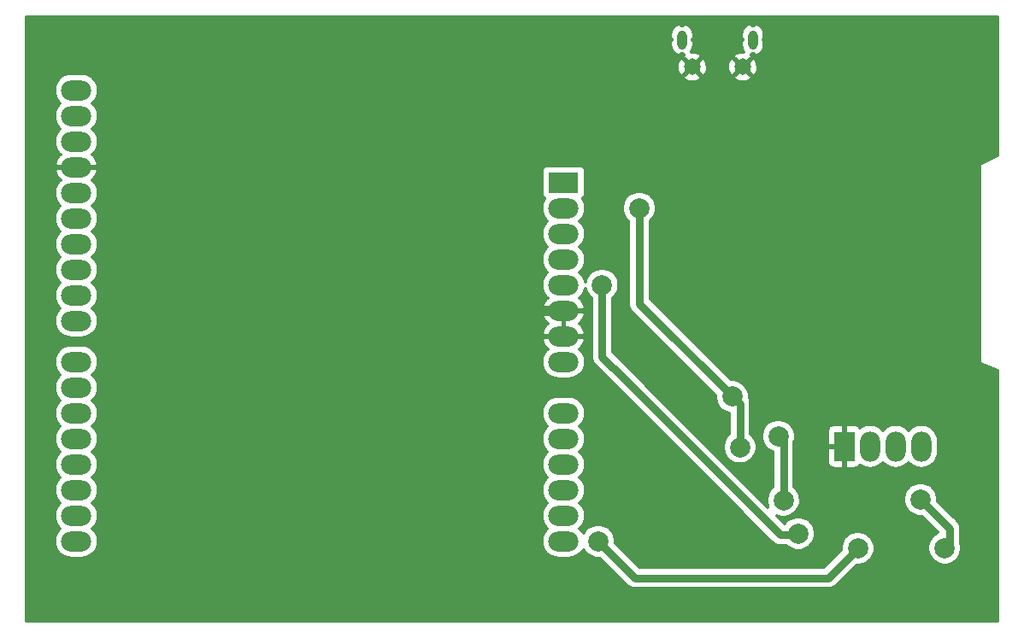
<source format=gbl>
G04 #@! TF.GenerationSoftware,KiCad,Pcbnew,(5.1.7)-1*
G04 #@! TF.CreationDate,2021-04-15T13:32:14+02:00*
G04 #@! TF.ProjectId,TestPCB,54657374-5043-4422-9e6b-696361645f70,rev?*
G04 #@! TF.SameCoordinates,Original*
G04 #@! TF.FileFunction,Copper,L2,Bot*
G04 #@! TF.FilePolarity,Positive*
%FSLAX46Y46*%
G04 Gerber Fmt 4.6, Leading zero omitted, Abs format (unit mm)*
G04 Created by KiCad (PCBNEW (5.1.7)-1) date 2021-04-15 13:32:14*
%MOMM*%
%LPD*%
G01*
G04 APERTURE LIST*
G04 #@! TA.AperFunction,ComponentPad*
%ADD10O,3.000000X2.000000*%
G04 #@! TD*
G04 #@! TA.AperFunction,ComponentPad*
%ADD11R,3.000000X2.000000*%
G04 #@! TD*
G04 #@! TA.AperFunction,ComponentPad*
%ADD12O,2.000000X3.000000*%
G04 #@! TD*
G04 #@! TA.AperFunction,ComponentPad*
%ADD13R,2.000000X3.000000*%
G04 #@! TD*
G04 #@! TA.AperFunction,ComponentPad*
%ADD14O,0.950000X1.900000*%
G04 #@! TD*
G04 #@! TA.AperFunction,ComponentPad*
%ADD15C,1.650000*%
G04 #@! TD*
G04 #@! TA.AperFunction,ViaPad*
%ADD16C,2.000000*%
G04 #@! TD*
G04 #@! TA.AperFunction,Conductor*
%ADD17C,0.800000*%
G04 #@! TD*
G04 #@! TA.AperFunction,Conductor*
%ADD18C,0.250000*%
G04 #@! TD*
G04 #@! TA.AperFunction,Conductor*
%ADD19C,1.000000*%
G04 #@! TD*
G04 #@! TA.AperFunction,Conductor*
%ADD20C,0.350000*%
G04 #@! TD*
G04 #@! TA.AperFunction,Conductor*
%ADD21C,0.100000*%
G04 #@! TD*
G04 APERTURE END LIST*
D10*
X113665000Y-115824000D03*
X113665000Y-118364000D03*
X113665000Y-78744000D03*
X161925000Y-118364000D03*
X113665000Y-81284000D03*
X161925000Y-115824000D03*
X113665000Y-83824000D03*
X161925000Y-113284000D03*
X113665000Y-86364000D03*
X161925000Y-110744000D03*
X113665000Y-88904000D03*
X161925000Y-108204000D03*
X113665000Y-91444000D03*
X161925000Y-105664000D03*
X113665000Y-93984000D03*
X161925000Y-100584000D03*
X113665000Y-96524000D03*
X161925000Y-98044000D03*
X113665000Y-100584000D03*
X161925000Y-95504000D03*
X113665000Y-103124000D03*
X161925000Y-92964000D03*
X113665000Y-105664000D03*
X161925000Y-90424000D03*
X113665000Y-108204000D03*
X161925000Y-87884000D03*
X113665000Y-110744000D03*
X161925000Y-85344000D03*
X113665000Y-113284000D03*
D11*
X161925000Y-82804000D03*
D10*
X113665000Y-76204000D03*
X113665000Y-73664000D03*
D12*
X197358000Y-108966000D03*
X194818000Y-108966000D03*
X192278000Y-108966000D03*
D13*
X189738000Y-108966000D03*
D14*
X180665000Y-68643500D03*
X173665000Y-68643500D03*
D15*
X179665000Y-71343500D03*
X174665000Y-71343500D03*
D16*
X183705500Y-114300000D03*
X183197500Y-107950000D03*
X197279000Y-114221000D03*
X199675750Y-119030750D03*
X147193000Y-78168500D03*
X181991000Y-82867500D03*
X187007500Y-105600500D03*
X165354000Y-118364000D03*
X191071500Y-119062500D03*
X178625500Y-104013000D03*
X179387500Y-109029500D03*
X169418000Y-85344000D03*
X165735000Y-92964000D03*
X185166000Y-117602000D03*
D17*
X183705500Y-114300000D02*
X183705500Y-108902500D01*
X197279000Y-114221000D02*
X200152000Y-117094000D01*
X200152000Y-117094000D02*
X200152000Y-118554500D01*
X200152000Y-118554500D02*
X199675750Y-119030750D01*
D18*
X199675750Y-119030750D02*
X199644000Y-119062500D01*
D17*
X183705500Y-108458000D02*
X183197500Y-107950000D01*
X183705500Y-108902500D02*
X183705500Y-108458000D01*
X147193000Y-78168500D02*
X147193000Y-84836000D01*
D19*
X157861000Y-95504000D02*
X161925000Y-95504000D01*
D17*
X147193000Y-84836000D02*
X157861000Y-95504000D01*
X188146500Y-121987500D02*
X191071500Y-119062500D01*
X168977500Y-121987500D02*
X188146500Y-121987500D01*
X165354000Y-118364000D02*
X168977500Y-121987500D01*
X169418000Y-85344000D02*
X169418000Y-92519500D01*
X169418000Y-92519500D02*
X169418000Y-94805500D01*
X169418000Y-94805500D02*
X178625500Y-104013000D01*
X179387500Y-104775000D02*
X179387500Y-109029500D01*
X178625500Y-104013000D02*
X179387500Y-104775000D01*
X166878000Y-101219000D02*
X183388000Y-117729000D01*
D19*
X185039000Y-117729000D02*
X185166000Y-117602000D01*
D17*
X183388000Y-117729000D02*
X185039000Y-117729000D01*
D18*
X166878000Y-101219000D02*
X166687500Y-101219000D01*
D17*
X165735000Y-100076000D02*
X165735000Y-92964000D01*
X166814500Y-101155500D02*
X165735000Y-100076000D01*
D20*
X204912000Y-80139494D02*
X203190437Y-80930482D01*
X203160818Y-80947791D01*
X203135145Y-80970546D01*
X203114405Y-80997872D01*
X203099394Y-81028720D01*
X203090690Y-81061903D01*
X203088500Y-81089500D01*
X203088500Y-100584000D01*
X203091863Y-100618141D01*
X203101821Y-100650970D01*
X203117993Y-100681225D01*
X203139756Y-100707744D01*
X203166275Y-100729507D01*
X203195590Y-100745286D01*
X204912001Y-101467985D01*
X204912001Y-126267000D01*
X108683000Y-126267000D01*
X108683000Y-100584000D01*
X111473857Y-100584000D01*
X111506352Y-100913926D01*
X111602588Y-101231172D01*
X111758866Y-101523549D01*
X111969181Y-101779819D01*
X112059571Y-101854000D01*
X111969181Y-101928181D01*
X111758866Y-102184451D01*
X111602588Y-102476828D01*
X111506352Y-102794074D01*
X111473857Y-103124000D01*
X111506352Y-103453926D01*
X111602588Y-103771172D01*
X111758866Y-104063549D01*
X111969181Y-104319819D01*
X112059571Y-104394000D01*
X111969181Y-104468181D01*
X111758866Y-104724451D01*
X111602588Y-105016828D01*
X111506352Y-105334074D01*
X111473857Y-105664000D01*
X111506352Y-105993926D01*
X111602588Y-106311172D01*
X111758866Y-106603549D01*
X111969181Y-106859819D01*
X112059571Y-106934000D01*
X111969181Y-107008181D01*
X111758866Y-107264451D01*
X111602588Y-107556828D01*
X111506352Y-107874074D01*
X111473857Y-108204000D01*
X111506352Y-108533926D01*
X111602588Y-108851172D01*
X111758866Y-109143549D01*
X111969181Y-109399819D01*
X112059571Y-109474000D01*
X111969181Y-109548181D01*
X111758866Y-109804451D01*
X111602588Y-110096828D01*
X111506352Y-110414074D01*
X111473857Y-110744000D01*
X111506352Y-111073926D01*
X111602588Y-111391172D01*
X111758866Y-111683549D01*
X111969181Y-111939819D01*
X112059571Y-112014000D01*
X111969181Y-112088181D01*
X111758866Y-112344451D01*
X111602588Y-112636828D01*
X111506352Y-112954074D01*
X111473857Y-113284000D01*
X111506352Y-113613926D01*
X111602588Y-113931172D01*
X111758866Y-114223549D01*
X111969181Y-114479819D01*
X112059571Y-114554000D01*
X111969181Y-114628181D01*
X111758866Y-114884451D01*
X111602588Y-115176828D01*
X111506352Y-115494074D01*
X111473857Y-115824000D01*
X111506352Y-116153926D01*
X111602588Y-116471172D01*
X111758866Y-116763549D01*
X111969181Y-117019819D01*
X112059571Y-117094000D01*
X111969181Y-117168181D01*
X111758866Y-117424451D01*
X111602588Y-117716828D01*
X111506352Y-118034074D01*
X111473857Y-118364000D01*
X111506352Y-118693926D01*
X111602588Y-119011172D01*
X111758866Y-119303549D01*
X111969181Y-119559819D01*
X112225451Y-119770134D01*
X112517828Y-119926412D01*
X112835074Y-120022648D01*
X113082323Y-120047000D01*
X114247677Y-120047000D01*
X114494926Y-120022648D01*
X114812172Y-119926412D01*
X115104549Y-119770134D01*
X115360819Y-119559819D01*
X115571134Y-119303549D01*
X115727412Y-119011172D01*
X115823648Y-118693926D01*
X115856143Y-118364000D01*
X115823648Y-118034074D01*
X115727412Y-117716828D01*
X115571134Y-117424451D01*
X115360819Y-117168181D01*
X115270429Y-117094000D01*
X115360819Y-117019819D01*
X115571134Y-116763549D01*
X115727412Y-116471172D01*
X115823648Y-116153926D01*
X115856143Y-115824000D01*
X115823648Y-115494074D01*
X115727412Y-115176828D01*
X115571134Y-114884451D01*
X115360819Y-114628181D01*
X115270429Y-114554000D01*
X115360819Y-114479819D01*
X115571134Y-114223549D01*
X115727412Y-113931172D01*
X115823648Y-113613926D01*
X115856143Y-113284000D01*
X115823648Y-112954074D01*
X115727412Y-112636828D01*
X115571134Y-112344451D01*
X115360819Y-112088181D01*
X115270429Y-112014000D01*
X115360819Y-111939819D01*
X115571134Y-111683549D01*
X115727412Y-111391172D01*
X115823648Y-111073926D01*
X115856143Y-110744000D01*
X115823648Y-110414074D01*
X115727412Y-110096828D01*
X115571134Y-109804451D01*
X115360819Y-109548181D01*
X115270429Y-109474000D01*
X115360819Y-109399819D01*
X115571134Y-109143549D01*
X115727412Y-108851172D01*
X115823648Y-108533926D01*
X115856143Y-108204000D01*
X115823648Y-107874074D01*
X115727412Y-107556828D01*
X115571134Y-107264451D01*
X115360819Y-107008181D01*
X115270429Y-106934000D01*
X115360819Y-106859819D01*
X115571134Y-106603549D01*
X115727412Y-106311172D01*
X115823648Y-105993926D01*
X115856143Y-105664000D01*
X159733857Y-105664000D01*
X159766352Y-105993926D01*
X159862588Y-106311172D01*
X160018866Y-106603549D01*
X160229181Y-106859819D01*
X160319571Y-106934000D01*
X160229181Y-107008181D01*
X160018866Y-107264451D01*
X159862588Y-107556828D01*
X159766352Y-107874074D01*
X159733857Y-108204000D01*
X159766352Y-108533926D01*
X159862588Y-108851172D01*
X160018866Y-109143549D01*
X160229181Y-109399819D01*
X160319571Y-109474000D01*
X160229181Y-109548181D01*
X160018866Y-109804451D01*
X159862588Y-110096828D01*
X159766352Y-110414074D01*
X159733857Y-110744000D01*
X159766352Y-111073926D01*
X159862588Y-111391172D01*
X160018866Y-111683549D01*
X160229181Y-111939819D01*
X160319571Y-112014000D01*
X160229181Y-112088181D01*
X160018866Y-112344451D01*
X159862588Y-112636828D01*
X159766352Y-112954074D01*
X159733857Y-113284000D01*
X159766352Y-113613926D01*
X159862588Y-113931172D01*
X160018866Y-114223549D01*
X160229181Y-114479819D01*
X160319571Y-114554000D01*
X160229181Y-114628181D01*
X160018866Y-114884451D01*
X159862588Y-115176828D01*
X159766352Y-115494074D01*
X159733857Y-115824000D01*
X159766352Y-116153926D01*
X159862588Y-116471172D01*
X160018866Y-116763549D01*
X160229181Y-117019819D01*
X160319571Y-117094000D01*
X160229181Y-117168181D01*
X160018866Y-117424451D01*
X159862588Y-117716828D01*
X159766352Y-118034074D01*
X159733857Y-118364000D01*
X159766352Y-118693926D01*
X159862588Y-119011172D01*
X160018866Y-119303549D01*
X160229181Y-119559819D01*
X160485451Y-119770134D01*
X160777828Y-119926412D01*
X161095074Y-120022648D01*
X161342323Y-120047000D01*
X162507677Y-120047000D01*
X162754926Y-120022648D01*
X163072172Y-119926412D01*
X163364549Y-119770134D01*
X163620819Y-119559819D01*
X163831134Y-119303549D01*
X163887366Y-119198346D01*
X164046729Y-119436850D01*
X164281150Y-119671271D01*
X164556801Y-119855455D01*
X164863087Y-119982323D01*
X165188239Y-120047000D01*
X165505408Y-120047000D01*
X168174082Y-122715675D01*
X168207998Y-122757002D01*
X168372906Y-122892338D01*
X168561049Y-122992903D01*
X168765195Y-123054830D01*
X168924297Y-123070500D01*
X168924299Y-123070500D01*
X168977500Y-123075740D01*
X169030700Y-123070500D01*
X188093300Y-123070500D01*
X188146500Y-123075740D01*
X188199700Y-123070500D01*
X188199703Y-123070500D01*
X188358805Y-123054830D01*
X188562951Y-122992903D01*
X188751094Y-122892338D01*
X188916002Y-122757002D01*
X188949923Y-122715669D01*
X190920093Y-120745500D01*
X191237261Y-120745500D01*
X191562413Y-120680823D01*
X191868699Y-120553955D01*
X192144350Y-120369771D01*
X192378771Y-120135350D01*
X192562955Y-119859699D01*
X192689823Y-119553413D01*
X192754500Y-119228261D01*
X192754500Y-118896739D01*
X192689823Y-118571587D01*
X192562955Y-118265301D01*
X192378771Y-117989650D01*
X192144350Y-117755229D01*
X191868699Y-117571045D01*
X191562413Y-117444177D01*
X191237261Y-117379500D01*
X190905739Y-117379500D01*
X190580587Y-117444177D01*
X190274301Y-117571045D01*
X189998650Y-117755229D01*
X189764229Y-117989650D01*
X189580045Y-118265301D01*
X189453177Y-118571587D01*
X189388500Y-118896739D01*
X189388500Y-119213907D01*
X187697908Y-120904500D01*
X169426093Y-120904500D01*
X167037000Y-118515408D01*
X167037000Y-118198239D01*
X166972323Y-117873087D01*
X166845455Y-117566801D01*
X166661271Y-117291150D01*
X166426850Y-117056729D01*
X166151199Y-116872545D01*
X165844913Y-116745677D01*
X165519761Y-116681000D01*
X165188239Y-116681000D01*
X164863087Y-116745677D01*
X164556801Y-116872545D01*
X164281150Y-117056729D01*
X164046729Y-117291150D01*
X163887366Y-117529654D01*
X163831134Y-117424451D01*
X163620819Y-117168181D01*
X163530429Y-117094000D01*
X163620819Y-117019819D01*
X163831134Y-116763549D01*
X163987412Y-116471172D01*
X164083648Y-116153926D01*
X164116143Y-115824000D01*
X164083648Y-115494074D01*
X163987412Y-115176828D01*
X163831134Y-114884451D01*
X163620819Y-114628181D01*
X163530429Y-114554000D01*
X163620819Y-114479819D01*
X163831134Y-114223549D01*
X163987412Y-113931172D01*
X164083648Y-113613926D01*
X164116143Y-113284000D01*
X164083648Y-112954074D01*
X163987412Y-112636828D01*
X163831134Y-112344451D01*
X163620819Y-112088181D01*
X163530429Y-112014000D01*
X163620819Y-111939819D01*
X163831134Y-111683549D01*
X163987412Y-111391172D01*
X164083648Y-111073926D01*
X164116143Y-110744000D01*
X164083648Y-110414074D01*
X163987412Y-110096828D01*
X163831134Y-109804451D01*
X163620819Y-109548181D01*
X163530429Y-109474000D01*
X163620819Y-109399819D01*
X163831134Y-109143549D01*
X163987412Y-108851172D01*
X164083648Y-108533926D01*
X164116143Y-108204000D01*
X164083648Y-107874074D01*
X163987412Y-107556828D01*
X163831134Y-107264451D01*
X163620819Y-107008181D01*
X163530429Y-106934000D01*
X163620819Y-106859819D01*
X163831134Y-106603549D01*
X163987412Y-106311172D01*
X164083648Y-105993926D01*
X164116143Y-105664000D01*
X164083648Y-105334074D01*
X163987412Y-105016828D01*
X163831134Y-104724451D01*
X163620819Y-104468181D01*
X163364549Y-104257866D01*
X163072172Y-104101588D01*
X162754926Y-104005352D01*
X162507677Y-103981000D01*
X161342323Y-103981000D01*
X161095074Y-104005352D01*
X160777828Y-104101588D01*
X160485451Y-104257866D01*
X160229181Y-104468181D01*
X160018866Y-104724451D01*
X159862588Y-105016828D01*
X159766352Y-105334074D01*
X159733857Y-105664000D01*
X115856143Y-105664000D01*
X115823648Y-105334074D01*
X115727412Y-105016828D01*
X115571134Y-104724451D01*
X115360819Y-104468181D01*
X115270429Y-104394000D01*
X115360819Y-104319819D01*
X115571134Y-104063549D01*
X115727412Y-103771172D01*
X115823648Y-103453926D01*
X115856143Y-103124000D01*
X115823648Y-102794074D01*
X115727412Y-102476828D01*
X115571134Y-102184451D01*
X115360819Y-101928181D01*
X115270429Y-101854000D01*
X115360819Y-101779819D01*
X115571134Y-101523549D01*
X115727412Y-101231172D01*
X115823648Y-100913926D01*
X115856143Y-100584000D01*
X159733857Y-100584000D01*
X159766352Y-100913926D01*
X159862588Y-101231172D01*
X160018866Y-101523549D01*
X160229181Y-101779819D01*
X160485451Y-101990134D01*
X160777828Y-102146412D01*
X161095074Y-102242648D01*
X161342323Y-102267000D01*
X162507677Y-102267000D01*
X162754926Y-102242648D01*
X163072172Y-102146412D01*
X163364549Y-101990134D01*
X163620819Y-101779819D01*
X163831134Y-101523549D01*
X163987412Y-101231172D01*
X164083648Y-100913926D01*
X164116143Y-100584000D01*
X164083648Y-100254074D01*
X163987412Y-99936828D01*
X163831134Y-99644451D01*
X163620819Y-99388181D01*
X163525193Y-99309703D01*
X163670922Y-99178199D01*
X163868253Y-98913338D01*
X164010121Y-98615069D01*
X164073089Y-98385016D01*
X163935185Y-98123000D01*
X162004000Y-98123000D01*
X162004000Y-98143000D01*
X161846000Y-98143000D01*
X161846000Y-98123000D01*
X159914815Y-98123000D01*
X159776911Y-98385016D01*
X159839879Y-98615069D01*
X159981747Y-98913338D01*
X160179078Y-99178199D01*
X160324807Y-99309703D01*
X160229181Y-99388181D01*
X160018866Y-99644451D01*
X159862588Y-99936828D01*
X159766352Y-100254074D01*
X159733857Y-100584000D01*
X115856143Y-100584000D01*
X115823648Y-100254074D01*
X115727412Y-99936828D01*
X115571134Y-99644451D01*
X115360819Y-99388181D01*
X115104549Y-99177866D01*
X114812172Y-99021588D01*
X114494926Y-98925352D01*
X114247677Y-98901000D01*
X113082323Y-98901000D01*
X112835074Y-98925352D01*
X112517828Y-99021588D01*
X112225451Y-99177866D01*
X111969181Y-99388181D01*
X111758866Y-99644451D01*
X111602588Y-99936828D01*
X111506352Y-100254074D01*
X111473857Y-100584000D01*
X108683000Y-100584000D01*
X108683000Y-83824000D01*
X111473857Y-83824000D01*
X111506352Y-84153926D01*
X111602588Y-84471172D01*
X111758866Y-84763549D01*
X111969181Y-85019819D01*
X112059571Y-85094000D01*
X111969181Y-85168181D01*
X111758866Y-85424451D01*
X111602588Y-85716828D01*
X111506352Y-86034074D01*
X111473857Y-86364000D01*
X111506352Y-86693926D01*
X111602588Y-87011172D01*
X111758866Y-87303549D01*
X111969181Y-87559819D01*
X112059571Y-87634000D01*
X111969181Y-87708181D01*
X111758866Y-87964451D01*
X111602588Y-88256828D01*
X111506352Y-88574074D01*
X111473857Y-88904000D01*
X111506352Y-89233926D01*
X111602588Y-89551172D01*
X111758866Y-89843549D01*
X111969181Y-90099819D01*
X112059571Y-90174000D01*
X111969181Y-90248181D01*
X111758866Y-90504451D01*
X111602588Y-90796828D01*
X111506352Y-91114074D01*
X111473857Y-91444000D01*
X111506352Y-91773926D01*
X111602588Y-92091172D01*
X111758866Y-92383549D01*
X111969181Y-92639819D01*
X112059571Y-92714000D01*
X111969181Y-92788181D01*
X111758866Y-93044451D01*
X111602588Y-93336828D01*
X111506352Y-93654074D01*
X111473857Y-93984000D01*
X111506352Y-94313926D01*
X111602588Y-94631172D01*
X111758866Y-94923549D01*
X111969181Y-95179819D01*
X112059571Y-95254000D01*
X111969181Y-95328181D01*
X111758866Y-95584451D01*
X111602588Y-95876828D01*
X111506352Y-96194074D01*
X111473857Y-96524000D01*
X111506352Y-96853926D01*
X111602588Y-97171172D01*
X111758866Y-97463549D01*
X111969181Y-97719819D01*
X112225451Y-97930134D01*
X112517828Y-98086412D01*
X112835074Y-98182648D01*
X113082323Y-98207000D01*
X114247677Y-98207000D01*
X114494926Y-98182648D01*
X114812172Y-98086412D01*
X115104549Y-97930134D01*
X115360819Y-97719819D01*
X115571134Y-97463549D01*
X115727412Y-97171172D01*
X115823648Y-96853926D01*
X115856143Y-96524000D01*
X115823648Y-96194074D01*
X115727412Y-95876828D01*
X115710409Y-95845016D01*
X159776911Y-95845016D01*
X159839879Y-96075069D01*
X159981747Y-96373338D01*
X160179078Y-96638199D01*
X160329570Y-96774000D01*
X160179078Y-96909801D01*
X159981747Y-97174662D01*
X159839879Y-97472931D01*
X159776911Y-97702984D01*
X159914815Y-97965000D01*
X161846000Y-97965000D01*
X161846000Y-95583000D01*
X162004000Y-95583000D01*
X162004000Y-97965000D01*
X163935185Y-97965000D01*
X164073089Y-97702984D01*
X164010121Y-97472931D01*
X163868253Y-97174662D01*
X163670922Y-96909801D01*
X163520430Y-96774000D01*
X163670922Y-96638199D01*
X163868253Y-96373338D01*
X164010121Y-96075069D01*
X164073089Y-95845016D01*
X163935185Y-95583000D01*
X162004000Y-95583000D01*
X161846000Y-95583000D01*
X159914815Y-95583000D01*
X159776911Y-95845016D01*
X115710409Y-95845016D01*
X115571134Y-95584451D01*
X115360819Y-95328181D01*
X115270429Y-95254000D01*
X115360819Y-95179819D01*
X115571134Y-94923549D01*
X115727412Y-94631172D01*
X115823648Y-94313926D01*
X115856143Y-93984000D01*
X115823648Y-93654074D01*
X115727412Y-93336828D01*
X115571134Y-93044451D01*
X115360819Y-92788181D01*
X115270429Y-92714000D01*
X115360819Y-92639819D01*
X115571134Y-92383549D01*
X115727412Y-92091172D01*
X115823648Y-91773926D01*
X115856143Y-91444000D01*
X115823648Y-91114074D01*
X115727412Y-90796828D01*
X115571134Y-90504451D01*
X115360819Y-90248181D01*
X115270429Y-90174000D01*
X115360819Y-90099819D01*
X115571134Y-89843549D01*
X115727412Y-89551172D01*
X115823648Y-89233926D01*
X115856143Y-88904000D01*
X115823648Y-88574074D01*
X115727412Y-88256828D01*
X115571134Y-87964451D01*
X115360819Y-87708181D01*
X115270429Y-87634000D01*
X115360819Y-87559819D01*
X115571134Y-87303549D01*
X115727412Y-87011172D01*
X115823648Y-86693926D01*
X115856143Y-86364000D01*
X115823648Y-86034074D01*
X115727412Y-85716828D01*
X115571134Y-85424451D01*
X115505110Y-85344000D01*
X159733857Y-85344000D01*
X159766352Y-85673926D01*
X159862588Y-85991172D01*
X160018866Y-86283549D01*
X160229181Y-86539819D01*
X160319571Y-86614000D01*
X160229181Y-86688181D01*
X160018866Y-86944451D01*
X159862588Y-87236828D01*
X159766352Y-87554074D01*
X159733857Y-87884000D01*
X159766352Y-88213926D01*
X159862588Y-88531172D01*
X160018866Y-88823549D01*
X160229181Y-89079819D01*
X160319571Y-89154000D01*
X160229181Y-89228181D01*
X160018866Y-89484451D01*
X159862588Y-89776828D01*
X159766352Y-90094074D01*
X159733857Y-90424000D01*
X159766352Y-90753926D01*
X159862588Y-91071172D01*
X160018866Y-91363549D01*
X160229181Y-91619819D01*
X160319571Y-91694000D01*
X160229181Y-91768181D01*
X160018866Y-92024451D01*
X159862588Y-92316828D01*
X159766352Y-92634074D01*
X159733857Y-92964000D01*
X159766352Y-93293926D01*
X159862588Y-93611172D01*
X160018866Y-93903549D01*
X160229181Y-94159819D01*
X160324807Y-94238297D01*
X160179078Y-94369801D01*
X159981747Y-94634662D01*
X159839879Y-94932931D01*
X159776911Y-95162984D01*
X159914815Y-95425000D01*
X161846000Y-95425000D01*
X161846000Y-95405000D01*
X162004000Y-95405000D01*
X162004000Y-95425000D01*
X163935185Y-95425000D01*
X164073089Y-95162984D01*
X164010121Y-94932931D01*
X163868253Y-94634662D01*
X163670922Y-94369801D01*
X163525193Y-94238297D01*
X163620819Y-94159819D01*
X163831134Y-93903549D01*
X163987412Y-93611172D01*
X164083648Y-93293926D01*
X164083981Y-93290541D01*
X164116677Y-93454913D01*
X164243545Y-93761199D01*
X164427729Y-94036850D01*
X164652001Y-94261122D01*
X164652000Y-100022799D01*
X164646760Y-100076000D01*
X164652000Y-100129200D01*
X164652000Y-100129202D01*
X164667670Y-100288304D01*
X164729597Y-100492450D01*
X164830162Y-100680594D01*
X164965498Y-100845502D01*
X165006830Y-100879422D01*
X166086323Y-101958917D01*
X166086334Y-101958926D01*
X182584582Y-118457175D01*
X182618498Y-118498502D01*
X182783406Y-118633838D01*
X182971549Y-118734403D01*
X183175695Y-118796330D01*
X183334797Y-118812000D01*
X183334799Y-118812000D01*
X183388000Y-118817240D01*
X183441200Y-118812000D01*
X183995879Y-118812000D01*
X184093150Y-118909271D01*
X184368801Y-119093455D01*
X184675087Y-119220323D01*
X185000239Y-119285000D01*
X185331761Y-119285000D01*
X185656913Y-119220323D01*
X185963199Y-119093455D01*
X186238850Y-118909271D01*
X186473271Y-118674850D01*
X186657455Y-118399199D01*
X186784323Y-118092913D01*
X186849000Y-117767761D01*
X186849000Y-117436239D01*
X186784323Y-117111087D01*
X186657455Y-116804801D01*
X186473271Y-116529150D01*
X186238850Y-116294729D01*
X185963199Y-116110545D01*
X185656913Y-115983677D01*
X185331761Y-115919000D01*
X185000239Y-115919000D01*
X184675087Y-115983677D01*
X184368801Y-116110545D01*
X184093150Y-116294729D01*
X183858729Y-116529150D01*
X183803059Y-116612466D01*
X183034195Y-115843602D01*
X183214587Y-115918323D01*
X183539739Y-115983000D01*
X183871261Y-115983000D01*
X184196413Y-115918323D01*
X184502699Y-115791455D01*
X184778350Y-115607271D01*
X185012771Y-115372850D01*
X185196955Y-115097199D01*
X185323823Y-114790913D01*
X185388500Y-114465761D01*
X185388500Y-114134239D01*
X185372786Y-114055239D01*
X195596000Y-114055239D01*
X195596000Y-114386761D01*
X195660677Y-114711913D01*
X195787545Y-115018199D01*
X195971729Y-115293850D01*
X196206150Y-115528271D01*
X196481801Y-115712455D01*
X196788087Y-115839323D01*
X197113239Y-115904000D01*
X197430407Y-115904000D01*
X199010886Y-117484480D01*
X198878551Y-117539295D01*
X198602900Y-117723479D01*
X198368479Y-117957900D01*
X198184295Y-118233551D01*
X198057427Y-118539837D01*
X197992750Y-118864989D01*
X197992750Y-119196511D01*
X198057427Y-119521663D01*
X198184295Y-119827949D01*
X198368479Y-120103600D01*
X198602900Y-120338021D01*
X198878551Y-120522205D01*
X199184837Y-120649073D01*
X199509989Y-120713750D01*
X199841511Y-120713750D01*
X200166663Y-120649073D01*
X200472949Y-120522205D01*
X200748600Y-120338021D01*
X200983021Y-120103600D01*
X201167205Y-119827949D01*
X201294073Y-119521663D01*
X201358750Y-119196511D01*
X201358750Y-118864989D01*
X201294073Y-118539837D01*
X201235000Y-118397222D01*
X201235000Y-117147200D01*
X201240240Y-117094000D01*
X201231063Y-117000823D01*
X201219330Y-116881695D01*
X201157403Y-116677549D01*
X201056838Y-116489406D01*
X200994360Y-116413276D01*
X200955417Y-116365823D01*
X200955414Y-116365820D01*
X200921502Y-116324498D01*
X200880180Y-116290586D01*
X198962000Y-114372407D01*
X198962000Y-114055239D01*
X198897323Y-113730087D01*
X198770455Y-113423801D01*
X198586271Y-113148150D01*
X198351850Y-112913729D01*
X198076199Y-112729545D01*
X197769913Y-112602677D01*
X197444761Y-112538000D01*
X197113239Y-112538000D01*
X196788087Y-112602677D01*
X196481801Y-112729545D01*
X196206150Y-112913729D01*
X195971729Y-113148150D01*
X195787545Y-113423801D01*
X195660677Y-113730087D01*
X195596000Y-114055239D01*
X185372786Y-114055239D01*
X185323823Y-113809087D01*
X185196955Y-113502801D01*
X185012771Y-113227150D01*
X184788500Y-113002879D01*
X184788500Y-110466000D01*
X188051695Y-110466000D01*
X188064882Y-110599891D01*
X188103937Y-110728638D01*
X188167358Y-110847291D01*
X188252709Y-110951291D01*
X188356709Y-111036642D01*
X188475362Y-111100063D01*
X188604109Y-111139118D01*
X188738000Y-111152305D01*
X189488250Y-111149000D01*
X189659000Y-110978250D01*
X189659000Y-109045000D01*
X188225750Y-109045000D01*
X188055000Y-109215750D01*
X188051695Y-110466000D01*
X184788500Y-110466000D01*
X184788500Y-108511192D01*
X184789058Y-108505530D01*
X184815823Y-108440913D01*
X184880500Y-108115761D01*
X184880500Y-107784239D01*
X184817199Y-107466000D01*
X188051695Y-107466000D01*
X188055000Y-108716250D01*
X188225750Y-108887000D01*
X189659000Y-108887000D01*
X189659000Y-106953750D01*
X189817000Y-106953750D01*
X189817000Y-108887000D01*
X189837000Y-108887000D01*
X189837000Y-109045000D01*
X189817000Y-109045000D01*
X189817000Y-110978250D01*
X189987750Y-111149000D01*
X190738000Y-111152305D01*
X190871891Y-111139118D01*
X191000638Y-111100063D01*
X191119291Y-111036642D01*
X191223291Y-110951291D01*
X191308456Y-110847517D01*
X191338452Y-110872134D01*
X191630829Y-111028412D01*
X191948075Y-111124648D01*
X192278000Y-111157143D01*
X192607926Y-111124648D01*
X192925172Y-111028412D01*
X193217549Y-110872134D01*
X193473819Y-110661819D01*
X193548001Y-110571428D01*
X193622182Y-110661819D01*
X193878452Y-110872134D01*
X194170829Y-111028412D01*
X194488075Y-111124648D01*
X194818000Y-111157143D01*
X195147926Y-111124648D01*
X195465172Y-111028412D01*
X195757549Y-110872134D01*
X196013819Y-110661819D01*
X196088001Y-110571428D01*
X196162182Y-110661819D01*
X196418452Y-110872134D01*
X196710829Y-111028412D01*
X197028075Y-111124648D01*
X197358000Y-111157143D01*
X197687926Y-111124648D01*
X198005172Y-111028412D01*
X198297549Y-110872134D01*
X198553819Y-110661819D01*
X198764134Y-110405549D01*
X198920412Y-110113172D01*
X199016648Y-109795926D01*
X199041000Y-109548677D01*
X199041000Y-108383323D01*
X199016648Y-108136074D01*
X198920412Y-107818828D01*
X198764134Y-107526451D01*
X198553819Y-107270181D01*
X198297548Y-107059866D01*
X198005171Y-106903588D01*
X197687925Y-106807352D01*
X197358000Y-106774857D01*
X197028074Y-106807352D01*
X196710828Y-106903588D01*
X196418451Y-107059866D01*
X196162181Y-107270181D01*
X196088000Y-107360571D01*
X196013819Y-107270181D01*
X195757548Y-107059866D01*
X195465171Y-106903588D01*
X195147925Y-106807352D01*
X194818000Y-106774857D01*
X194488074Y-106807352D01*
X194170828Y-106903588D01*
X193878451Y-107059866D01*
X193622181Y-107270181D01*
X193548000Y-107360571D01*
X193473819Y-107270181D01*
X193217548Y-107059866D01*
X192925171Y-106903588D01*
X192607925Y-106807352D01*
X192278000Y-106774857D01*
X191948074Y-106807352D01*
X191630828Y-106903588D01*
X191338451Y-107059866D01*
X191308456Y-107084482D01*
X191223291Y-106980709D01*
X191119291Y-106895358D01*
X191000638Y-106831937D01*
X190871891Y-106792882D01*
X190738000Y-106779695D01*
X189987750Y-106783000D01*
X189817000Y-106953750D01*
X189659000Y-106953750D01*
X189488250Y-106783000D01*
X188738000Y-106779695D01*
X188604109Y-106792882D01*
X188475362Y-106831937D01*
X188356709Y-106895358D01*
X188252709Y-106980709D01*
X188167358Y-107084709D01*
X188103937Y-107203362D01*
X188064882Y-107332109D01*
X188051695Y-107466000D01*
X184817199Y-107466000D01*
X184815823Y-107459087D01*
X184688955Y-107152801D01*
X184504771Y-106877150D01*
X184270350Y-106642729D01*
X183994699Y-106458545D01*
X183688413Y-106331677D01*
X183363261Y-106267000D01*
X183031739Y-106267000D01*
X182706587Y-106331677D01*
X182400301Y-106458545D01*
X182124650Y-106642729D01*
X181890229Y-106877150D01*
X181706045Y-107152801D01*
X181579177Y-107459087D01*
X181514500Y-107784239D01*
X181514500Y-108115761D01*
X181579177Y-108440913D01*
X181706045Y-108747199D01*
X181890229Y-109022850D01*
X182124650Y-109257271D01*
X182400301Y-109441455D01*
X182622501Y-109533493D01*
X182622500Y-113002879D01*
X182398229Y-113227150D01*
X182214045Y-113502801D01*
X182087177Y-113809087D01*
X182022500Y-114134239D01*
X182022500Y-114465761D01*
X182087177Y-114790913D01*
X182161898Y-114971305D01*
X167617926Y-100427334D01*
X167617917Y-100427323D01*
X166818000Y-99627407D01*
X166818000Y-94261121D01*
X167042271Y-94036850D01*
X167226455Y-93761199D01*
X167353323Y-93454913D01*
X167418000Y-93129761D01*
X167418000Y-92798239D01*
X167353323Y-92473087D01*
X167226455Y-92166801D01*
X167042271Y-91891150D01*
X166807850Y-91656729D01*
X166532199Y-91472545D01*
X166225913Y-91345677D01*
X165900761Y-91281000D01*
X165569239Y-91281000D01*
X165244087Y-91345677D01*
X164937801Y-91472545D01*
X164662150Y-91656729D01*
X164427729Y-91891150D01*
X164243545Y-92166801D01*
X164116677Y-92473087D01*
X164083981Y-92637459D01*
X164083648Y-92634074D01*
X163987412Y-92316828D01*
X163831134Y-92024451D01*
X163620819Y-91768181D01*
X163530429Y-91694000D01*
X163620819Y-91619819D01*
X163831134Y-91363549D01*
X163987412Y-91071172D01*
X164083648Y-90753926D01*
X164116143Y-90424000D01*
X164083648Y-90094074D01*
X163987412Y-89776828D01*
X163831134Y-89484451D01*
X163620819Y-89228181D01*
X163530429Y-89154000D01*
X163620819Y-89079819D01*
X163831134Y-88823549D01*
X163987412Y-88531172D01*
X164083648Y-88213926D01*
X164116143Y-87884000D01*
X164083648Y-87554074D01*
X163987412Y-87236828D01*
X163831134Y-86944451D01*
X163620819Y-86688181D01*
X163530429Y-86614000D01*
X163620819Y-86539819D01*
X163831134Y-86283549D01*
X163987412Y-85991172D01*
X164083648Y-85673926D01*
X164116143Y-85344000D01*
X164099817Y-85178239D01*
X167735000Y-85178239D01*
X167735000Y-85509761D01*
X167799677Y-85834913D01*
X167926545Y-86141199D01*
X168110729Y-86416850D01*
X168335000Y-86641121D01*
X168335001Y-92466288D01*
X168335000Y-92466298D01*
X168335001Y-94752290D01*
X168329760Y-94805500D01*
X168345134Y-94961588D01*
X168350671Y-95017805D01*
X168412598Y-95221951D01*
X168513163Y-95410094D01*
X168648499Y-95575002D01*
X168689826Y-95608918D01*
X176942500Y-103861593D01*
X176942500Y-104178761D01*
X177007177Y-104503913D01*
X177134045Y-104810199D01*
X177318229Y-105085850D01*
X177552650Y-105320271D01*
X177828301Y-105504455D01*
X178134587Y-105631323D01*
X178304500Y-105665121D01*
X178304501Y-107732378D01*
X178080229Y-107956650D01*
X177896045Y-108232301D01*
X177769177Y-108538587D01*
X177704500Y-108863739D01*
X177704500Y-109195261D01*
X177769177Y-109520413D01*
X177896045Y-109826699D01*
X178080229Y-110102350D01*
X178314650Y-110336771D01*
X178590301Y-110520955D01*
X178896587Y-110647823D01*
X179221739Y-110712500D01*
X179553261Y-110712500D01*
X179878413Y-110647823D01*
X180184699Y-110520955D01*
X180460350Y-110336771D01*
X180694771Y-110102350D01*
X180878955Y-109826699D01*
X181005823Y-109520413D01*
X181070500Y-109195261D01*
X181070500Y-108863739D01*
X181005823Y-108538587D01*
X180878955Y-108232301D01*
X180694771Y-107956650D01*
X180470500Y-107732379D01*
X180470500Y-104828200D01*
X180475740Y-104775000D01*
X180467015Y-104686412D01*
X180454830Y-104562695D01*
X180392903Y-104358549D01*
X180305328Y-104194708D01*
X180308500Y-104178761D01*
X180308500Y-103847239D01*
X180243823Y-103522087D01*
X180116955Y-103215801D01*
X179932771Y-102940150D01*
X179698350Y-102705729D01*
X179422699Y-102521545D01*
X179116413Y-102394677D01*
X178791261Y-102330000D01*
X178474093Y-102330000D01*
X170501000Y-94356908D01*
X170501000Y-86641121D01*
X170725271Y-86416850D01*
X170909455Y-86141199D01*
X171036323Y-85834913D01*
X171101000Y-85509761D01*
X171101000Y-85178239D01*
X171036323Y-84853087D01*
X170909455Y-84546801D01*
X170725271Y-84271150D01*
X170490850Y-84036729D01*
X170215199Y-83852545D01*
X169908913Y-83725677D01*
X169583761Y-83661000D01*
X169252239Y-83661000D01*
X168927087Y-83725677D01*
X168620801Y-83852545D01*
X168345150Y-84036729D01*
X168110729Y-84271150D01*
X167926545Y-84546801D01*
X167799677Y-84853087D01*
X167735000Y-85178239D01*
X164099817Y-85178239D01*
X164083648Y-85014074D01*
X163987412Y-84696828D01*
X163831134Y-84404451D01*
X163806517Y-84374455D01*
X163910290Y-84289290D01*
X163995641Y-84185290D01*
X164059062Y-84066637D01*
X164098117Y-83937891D01*
X164111304Y-83804000D01*
X164111304Y-81804000D01*
X164098117Y-81670109D01*
X164059062Y-81541363D01*
X163995641Y-81422710D01*
X163910290Y-81318710D01*
X163806290Y-81233359D01*
X163687637Y-81169938D01*
X163558891Y-81130883D01*
X163425000Y-81117696D01*
X160425000Y-81117696D01*
X160291109Y-81130883D01*
X160162363Y-81169938D01*
X160043710Y-81233359D01*
X159939710Y-81318710D01*
X159854359Y-81422710D01*
X159790938Y-81541363D01*
X159751883Y-81670109D01*
X159738696Y-81804000D01*
X159738696Y-83804000D01*
X159751883Y-83937891D01*
X159790938Y-84066637D01*
X159854359Y-84185290D01*
X159939710Y-84289290D01*
X160043483Y-84374455D01*
X160018866Y-84404451D01*
X159862588Y-84696828D01*
X159766352Y-85014074D01*
X159733857Y-85344000D01*
X115505110Y-85344000D01*
X115360819Y-85168181D01*
X115270429Y-85094000D01*
X115360819Y-85019819D01*
X115571134Y-84763549D01*
X115727412Y-84471172D01*
X115823648Y-84153926D01*
X115856143Y-83824000D01*
X115823648Y-83494074D01*
X115727412Y-83176828D01*
X115571134Y-82884451D01*
X115360819Y-82628181D01*
X115265193Y-82549703D01*
X115410922Y-82418199D01*
X115608253Y-82153338D01*
X115750121Y-81855069D01*
X115813089Y-81625016D01*
X115675185Y-81363000D01*
X113744000Y-81363000D01*
X113744000Y-81383000D01*
X113586000Y-81383000D01*
X113586000Y-81363000D01*
X111654815Y-81363000D01*
X111516911Y-81625016D01*
X111579879Y-81855069D01*
X111721747Y-82153338D01*
X111919078Y-82418199D01*
X112064807Y-82549703D01*
X111969181Y-82628181D01*
X111758866Y-82884451D01*
X111602588Y-83176828D01*
X111506352Y-83494074D01*
X111473857Y-83824000D01*
X108683000Y-83824000D01*
X108683000Y-73664000D01*
X111473857Y-73664000D01*
X111506352Y-73993926D01*
X111602588Y-74311172D01*
X111758866Y-74603549D01*
X111969181Y-74859819D01*
X112059571Y-74934000D01*
X111969181Y-75008181D01*
X111758866Y-75264451D01*
X111602588Y-75556828D01*
X111506352Y-75874074D01*
X111473857Y-76204000D01*
X111506352Y-76533926D01*
X111602588Y-76851172D01*
X111758866Y-77143549D01*
X111969181Y-77399819D01*
X112059571Y-77474000D01*
X111969181Y-77548181D01*
X111758866Y-77804451D01*
X111602588Y-78096828D01*
X111506352Y-78414074D01*
X111473857Y-78744000D01*
X111506352Y-79073926D01*
X111602588Y-79391172D01*
X111758866Y-79683549D01*
X111969181Y-79939819D01*
X112064807Y-80018297D01*
X111919078Y-80149801D01*
X111721747Y-80414662D01*
X111579879Y-80712931D01*
X111516911Y-80942984D01*
X111654815Y-81205000D01*
X113586000Y-81205000D01*
X113586000Y-81185000D01*
X113744000Y-81185000D01*
X113744000Y-81205000D01*
X115675185Y-81205000D01*
X115813089Y-80942984D01*
X115750121Y-80712931D01*
X115608253Y-80414662D01*
X115410922Y-80149801D01*
X115265193Y-80018297D01*
X115360819Y-79939819D01*
X115571134Y-79683549D01*
X115727412Y-79391172D01*
X115823648Y-79073926D01*
X115856143Y-78744000D01*
X115823648Y-78414074D01*
X115727412Y-78096828D01*
X115571134Y-77804451D01*
X115360819Y-77548181D01*
X115270429Y-77474000D01*
X115360819Y-77399819D01*
X115571134Y-77143549D01*
X115727412Y-76851172D01*
X115823648Y-76533926D01*
X115856143Y-76204000D01*
X115823648Y-75874074D01*
X115727412Y-75556828D01*
X115571134Y-75264451D01*
X115360819Y-75008181D01*
X115270429Y-74934000D01*
X115360819Y-74859819D01*
X115571134Y-74603549D01*
X115727412Y-74311172D01*
X115823648Y-73993926D01*
X115856143Y-73664000D01*
X115823648Y-73334074D01*
X115727412Y-73016828D01*
X115571134Y-72724451D01*
X115360819Y-72468181D01*
X115214935Y-72348457D01*
X173771766Y-72348457D01*
X173839455Y-72614169D01*
X174103213Y-72750809D01*
X174388559Y-72833367D01*
X174684530Y-72858671D01*
X174979749Y-72825747D01*
X175262874Y-72735862D01*
X175490545Y-72614169D01*
X175558234Y-72348457D01*
X178771766Y-72348457D01*
X178839455Y-72614169D01*
X179103213Y-72750809D01*
X179388559Y-72833367D01*
X179684530Y-72858671D01*
X179979749Y-72825747D01*
X180262874Y-72735862D01*
X180490545Y-72614169D01*
X180558234Y-72348457D01*
X179665000Y-71455223D01*
X178771766Y-72348457D01*
X175558234Y-72348457D01*
X174665000Y-71455223D01*
X173771766Y-72348457D01*
X115214935Y-72348457D01*
X115104549Y-72257866D01*
X114812172Y-72101588D01*
X114494926Y-72005352D01*
X114247677Y-71981000D01*
X113082323Y-71981000D01*
X112835074Y-72005352D01*
X112517828Y-72101588D01*
X112225451Y-72257866D01*
X111969181Y-72468181D01*
X111758866Y-72724451D01*
X111602588Y-73016828D01*
X111506352Y-73334074D01*
X111473857Y-73664000D01*
X108683000Y-73664000D01*
X108683000Y-71363030D01*
X173149829Y-71363030D01*
X173182753Y-71658249D01*
X173272638Y-71941374D01*
X173394331Y-72169045D01*
X173660043Y-72236734D01*
X174553277Y-71343500D01*
X174776723Y-71343500D01*
X175669957Y-72236734D01*
X175935669Y-72169045D01*
X176072309Y-71905287D01*
X176154867Y-71619941D01*
X176176831Y-71363030D01*
X178149829Y-71363030D01*
X178182753Y-71658249D01*
X178272638Y-71941374D01*
X178394331Y-72169045D01*
X178660043Y-72236734D01*
X179553277Y-71343500D01*
X179776723Y-71343500D01*
X180669957Y-72236734D01*
X180935669Y-72169045D01*
X181072309Y-71905287D01*
X181154867Y-71619941D01*
X181180171Y-71323970D01*
X181147247Y-71028751D01*
X181057362Y-70745626D01*
X180935669Y-70517955D01*
X180669957Y-70450266D01*
X179776723Y-71343500D01*
X179553277Y-71343500D01*
X178660043Y-70450266D01*
X178394331Y-70517955D01*
X178257691Y-70781713D01*
X178175133Y-71067059D01*
X178149829Y-71363030D01*
X176176831Y-71363030D01*
X176180171Y-71323970D01*
X176147247Y-71028751D01*
X176057362Y-70745626D01*
X175935669Y-70517955D01*
X175669957Y-70450266D01*
X174776723Y-71343500D01*
X174553277Y-71343500D01*
X173660043Y-70450266D01*
X173394331Y-70517955D01*
X173257691Y-70781713D01*
X173175133Y-71067059D01*
X173149829Y-71363030D01*
X108683000Y-71363030D01*
X108683000Y-68089500D01*
X172507000Y-68089500D01*
X172507000Y-68564500D01*
X172632000Y-68564500D01*
X172632000Y-68722500D01*
X172507000Y-68722500D01*
X172507000Y-69197500D01*
X172544663Y-69421897D01*
X172625380Y-69634634D01*
X172746049Y-69827536D01*
X172902032Y-69993191D01*
X173087336Y-70125232D01*
X173294839Y-70218585D01*
X173406244Y-70247220D01*
X173586000Y-70102584D01*
X173586000Y-70022142D01*
X173600653Y-70023476D01*
X173667085Y-70023013D01*
X173733527Y-70023477D01*
X173743712Y-70022478D01*
X173744000Y-70022448D01*
X173744000Y-70102584D01*
X173816927Y-70161263D01*
X173771766Y-70338543D01*
X174665000Y-71231777D01*
X175558234Y-70338543D01*
X178771766Y-70338543D01*
X179665000Y-71231777D01*
X180558234Y-70338543D01*
X180513073Y-70161263D01*
X180586000Y-70102584D01*
X180586000Y-70022142D01*
X180600653Y-70023476D01*
X180667085Y-70023013D01*
X180733527Y-70023477D01*
X180743712Y-70022478D01*
X180744000Y-70022448D01*
X180744000Y-70102584D01*
X180923756Y-70247220D01*
X181035161Y-70218585D01*
X181242664Y-70125232D01*
X181427968Y-69993191D01*
X181583951Y-69827536D01*
X181704620Y-69634634D01*
X181785337Y-69421897D01*
X181823000Y-69197500D01*
X181823000Y-68722500D01*
X181698000Y-68722500D01*
X181698000Y-68564500D01*
X181823000Y-68564500D01*
X181823000Y-68089500D01*
X181785337Y-67865103D01*
X181704620Y-67652366D01*
X181583951Y-67459464D01*
X181427968Y-67293809D01*
X181242664Y-67161768D01*
X181035161Y-67068415D01*
X180923756Y-67039780D01*
X180744000Y-67184416D01*
X180744000Y-67264858D01*
X180729347Y-67263524D01*
X180662915Y-67263987D01*
X180596474Y-67263523D01*
X180586288Y-67264522D01*
X180586000Y-67264552D01*
X180586000Y-67184416D01*
X180406244Y-67039780D01*
X180294839Y-67068415D01*
X180087336Y-67161768D01*
X179902032Y-67293809D01*
X179746049Y-67459464D01*
X179625380Y-67652366D01*
X179544663Y-67865103D01*
X179507000Y-68089500D01*
X179507000Y-68564500D01*
X179632000Y-68564500D01*
X179632000Y-68722500D01*
X179507000Y-68722500D01*
X179507000Y-69197500D01*
X179544663Y-69421897D01*
X179625380Y-69634634D01*
X179746049Y-69827536D01*
X179755667Y-69837750D01*
X179645470Y-69828329D01*
X179350251Y-69861253D01*
X179067126Y-69951138D01*
X178839455Y-70072831D01*
X178771766Y-70338543D01*
X175558234Y-70338543D01*
X175490545Y-70072831D01*
X175226787Y-69936191D01*
X174941441Y-69853633D01*
X174645470Y-69828329D01*
X174575898Y-69836088D01*
X174583951Y-69827536D01*
X174704620Y-69634634D01*
X174785337Y-69421897D01*
X174823000Y-69197500D01*
X174823000Y-68722500D01*
X174698000Y-68722500D01*
X174698000Y-68564500D01*
X174823000Y-68564500D01*
X174823000Y-68089500D01*
X174785337Y-67865103D01*
X174704620Y-67652366D01*
X174583951Y-67459464D01*
X174427968Y-67293809D01*
X174242664Y-67161768D01*
X174035161Y-67068415D01*
X173923756Y-67039780D01*
X173744000Y-67184416D01*
X173744000Y-67264858D01*
X173729347Y-67263524D01*
X173662915Y-67263987D01*
X173596474Y-67263523D01*
X173586288Y-67264522D01*
X173586000Y-67264552D01*
X173586000Y-67184416D01*
X173406244Y-67039780D01*
X173294839Y-67068415D01*
X173087336Y-67161768D01*
X172902032Y-67293809D01*
X172746049Y-67459464D01*
X172625380Y-67652366D01*
X172544663Y-67865103D01*
X172507000Y-68089500D01*
X108683000Y-68089500D01*
X108683000Y-66358000D01*
X204912000Y-66358000D01*
X204912000Y-80139494D01*
G04 #@! TA.AperFunction,Conductor*
D21*
G36*
X204912000Y-80139494D02*
G01*
X203190437Y-80930482D01*
X203160818Y-80947791D01*
X203135145Y-80970546D01*
X203114405Y-80997872D01*
X203099394Y-81028720D01*
X203090690Y-81061903D01*
X203088500Y-81089500D01*
X203088500Y-100584000D01*
X203091863Y-100618141D01*
X203101821Y-100650970D01*
X203117993Y-100681225D01*
X203139756Y-100707744D01*
X203166275Y-100729507D01*
X203195590Y-100745286D01*
X204912001Y-101467985D01*
X204912001Y-126267000D01*
X108683000Y-126267000D01*
X108683000Y-100584000D01*
X111473857Y-100584000D01*
X111506352Y-100913926D01*
X111602588Y-101231172D01*
X111758866Y-101523549D01*
X111969181Y-101779819D01*
X112059571Y-101854000D01*
X111969181Y-101928181D01*
X111758866Y-102184451D01*
X111602588Y-102476828D01*
X111506352Y-102794074D01*
X111473857Y-103124000D01*
X111506352Y-103453926D01*
X111602588Y-103771172D01*
X111758866Y-104063549D01*
X111969181Y-104319819D01*
X112059571Y-104394000D01*
X111969181Y-104468181D01*
X111758866Y-104724451D01*
X111602588Y-105016828D01*
X111506352Y-105334074D01*
X111473857Y-105664000D01*
X111506352Y-105993926D01*
X111602588Y-106311172D01*
X111758866Y-106603549D01*
X111969181Y-106859819D01*
X112059571Y-106934000D01*
X111969181Y-107008181D01*
X111758866Y-107264451D01*
X111602588Y-107556828D01*
X111506352Y-107874074D01*
X111473857Y-108204000D01*
X111506352Y-108533926D01*
X111602588Y-108851172D01*
X111758866Y-109143549D01*
X111969181Y-109399819D01*
X112059571Y-109474000D01*
X111969181Y-109548181D01*
X111758866Y-109804451D01*
X111602588Y-110096828D01*
X111506352Y-110414074D01*
X111473857Y-110744000D01*
X111506352Y-111073926D01*
X111602588Y-111391172D01*
X111758866Y-111683549D01*
X111969181Y-111939819D01*
X112059571Y-112014000D01*
X111969181Y-112088181D01*
X111758866Y-112344451D01*
X111602588Y-112636828D01*
X111506352Y-112954074D01*
X111473857Y-113284000D01*
X111506352Y-113613926D01*
X111602588Y-113931172D01*
X111758866Y-114223549D01*
X111969181Y-114479819D01*
X112059571Y-114554000D01*
X111969181Y-114628181D01*
X111758866Y-114884451D01*
X111602588Y-115176828D01*
X111506352Y-115494074D01*
X111473857Y-115824000D01*
X111506352Y-116153926D01*
X111602588Y-116471172D01*
X111758866Y-116763549D01*
X111969181Y-117019819D01*
X112059571Y-117094000D01*
X111969181Y-117168181D01*
X111758866Y-117424451D01*
X111602588Y-117716828D01*
X111506352Y-118034074D01*
X111473857Y-118364000D01*
X111506352Y-118693926D01*
X111602588Y-119011172D01*
X111758866Y-119303549D01*
X111969181Y-119559819D01*
X112225451Y-119770134D01*
X112517828Y-119926412D01*
X112835074Y-120022648D01*
X113082323Y-120047000D01*
X114247677Y-120047000D01*
X114494926Y-120022648D01*
X114812172Y-119926412D01*
X115104549Y-119770134D01*
X115360819Y-119559819D01*
X115571134Y-119303549D01*
X115727412Y-119011172D01*
X115823648Y-118693926D01*
X115856143Y-118364000D01*
X115823648Y-118034074D01*
X115727412Y-117716828D01*
X115571134Y-117424451D01*
X115360819Y-117168181D01*
X115270429Y-117094000D01*
X115360819Y-117019819D01*
X115571134Y-116763549D01*
X115727412Y-116471172D01*
X115823648Y-116153926D01*
X115856143Y-115824000D01*
X115823648Y-115494074D01*
X115727412Y-115176828D01*
X115571134Y-114884451D01*
X115360819Y-114628181D01*
X115270429Y-114554000D01*
X115360819Y-114479819D01*
X115571134Y-114223549D01*
X115727412Y-113931172D01*
X115823648Y-113613926D01*
X115856143Y-113284000D01*
X115823648Y-112954074D01*
X115727412Y-112636828D01*
X115571134Y-112344451D01*
X115360819Y-112088181D01*
X115270429Y-112014000D01*
X115360819Y-111939819D01*
X115571134Y-111683549D01*
X115727412Y-111391172D01*
X115823648Y-111073926D01*
X115856143Y-110744000D01*
X115823648Y-110414074D01*
X115727412Y-110096828D01*
X115571134Y-109804451D01*
X115360819Y-109548181D01*
X115270429Y-109474000D01*
X115360819Y-109399819D01*
X115571134Y-109143549D01*
X115727412Y-108851172D01*
X115823648Y-108533926D01*
X115856143Y-108204000D01*
X115823648Y-107874074D01*
X115727412Y-107556828D01*
X115571134Y-107264451D01*
X115360819Y-107008181D01*
X115270429Y-106934000D01*
X115360819Y-106859819D01*
X115571134Y-106603549D01*
X115727412Y-106311172D01*
X115823648Y-105993926D01*
X115856143Y-105664000D01*
X159733857Y-105664000D01*
X159766352Y-105993926D01*
X159862588Y-106311172D01*
X160018866Y-106603549D01*
X160229181Y-106859819D01*
X160319571Y-106934000D01*
X160229181Y-107008181D01*
X160018866Y-107264451D01*
X159862588Y-107556828D01*
X159766352Y-107874074D01*
X159733857Y-108204000D01*
X159766352Y-108533926D01*
X159862588Y-108851172D01*
X160018866Y-109143549D01*
X160229181Y-109399819D01*
X160319571Y-109474000D01*
X160229181Y-109548181D01*
X160018866Y-109804451D01*
X159862588Y-110096828D01*
X159766352Y-110414074D01*
X159733857Y-110744000D01*
X159766352Y-111073926D01*
X159862588Y-111391172D01*
X160018866Y-111683549D01*
X160229181Y-111939819D01*
X160319571Y-112014000D01*
X160229181Y-112088181D01*
X160018866Y-112344451D01*
X159862588Y-112636828D01*
X159766352Y-112954074D01*
X159733857Y-113284000D01*
X159766352Y-113613926D01*
X159862588Y-113931172D01*
X160018866Y-114223549D01*
X160229181Y-114479819D01*
X160319571Y-114554000D01*
X160229181Y-114628181D01*
X160018866Y-114884451D01*
X159862588Y-115176828D01*
X159766352Y-115494074D01*
X159733857Y-115824000D01*
X159766352Y-116153926D01*
X159862588Y-116471172D01*
X160018866Y-116763549D01*
X160229181Y-117019819D01*
X160319571Y-117094000D01*
X160229181Y-117168181D01*
X160018866Y-117424451D01*
X159862588Y-117716828D01*
X159766352Y-118034074D01*
X159733857Y-118364000D01*
X159766352Y-118693926D01*
X159862588Y-119011172D01*
X160018866Y-119303549D01*
X160229181Y-119559819D01*
X160485451Y-119770134D01*
X160777828Y-119926412D01*
X161095074Y-120022648D01*
X161342323Y-120047000D01*
X162507677Y-120047000D01*
X162754926Y-120022648D01*
X163072172Y-119926412D01*
X163364549Y-119770134D01*
X163620819Y-119559819D01*
X163831134Y-119303549D01*
X163887366Y-119198346D01*
X164046729Y-119436850D01*
X164281150Y-119671271D01*
X164556801Y-119855455D01*
X164863087Y-119982323D01*
X165188239Y-120047000D01*
X165505408Y-120047000D01*
X168174082Y-122715675D01*
X168207998Y-122757002D01*
X168372906Y-122892338D01*
X168561049Y-122992903D01*
X168765195Y-123054830D01*
X168924297Y-123070500D01*
X168924299Y-123070500D01*
X168977500Y-123075740D01*
X169030700Y-123070500D01*
X188093300Y-123070500D01*
X188146500Y-123075740D01*
X188199700Y-123070500D01*
X188199703Y-123070500D01*
X188358805Y-123054830D01*
X188562951Y-122992903D01*
X188751094Y-122892338D01*
X188916002Y-122757002D01*
X188949923Y-122715669D01*
X190920093Y-120745500D01*
X191237261Y-120745500D01*
X191562413Y-120680823D01*
X191868699Y-120553955D01*
X192144350Y-120369771D01*
X192378771Y-120135350D01*
X192562955Y-119859699D01*
X192689823Y-119553413D01*
X192754500Y-119228261D01*
X192754500Y-118896739D01*
X192689823Y-118571587D01*
X192562955Y-118265301D01*
X192378771Y-117989650D01*
X192144350Y-117755229D01*
X191868699Y-117571045D01*
X191562413Y-117444177D01*
X191237261Y-117379500D01*
X190905739Y-117379500D01*
X190580587Y-117444177D01*
X190274301Y-117571045D01*
X189998650Y-117755229D01*
X189764229Y-117989650D01*
X189580045Y-118265301D01*
X189453177Y-118571587D01*
X189388500Y-118896739D01*
X189388500Y-119213907D01*
X187697908Y-120904500D01*
X169426093Y-120904500D01*
X167037000Y-118515408D01*
X167037000Y-118198239D01*
X166972323Y-117873087D01*
X166845455Y-117566801D01*
X166661271Y-117291150D01*
X166426850Y-117056729D01*
X166151199Y-116872545D01*
X165844913Y-116745677D01*
X165519761Y-116681000D01*
X165188239Y-116681000D01*
X164863087Y-116745677D01*
X164556801Y-116872545D01*
X164281150Y-117056729D01*
X164046729Y-117291150D01*
X163887366Y-117529654D01*
X163831134Y-117424451D01*
X163620819Y-117168181D01*
X163530429Y-117094000D01*
X163620819Y-117019819D01*
X163831134Y-116763549D01*
X163987412Y-116471172D01*
X164083648Y-116153926D01*
X164116143Y-115824000D01*
X164083648Y-115494074D01*
X163987412Y-115176828D01*
X163831134Y-114884451D01*
X163620819Y-114628181D01*
X163530429Y-114554000D01*
X163620819Y-114479819D01*
X163831134Y-114223549D01*
X163987412Y-113931172D01*
X164083648Y-113613926D01*
X164116143Y-113284000D01*
X164083648Y-112954074D01*
X163987412Y-112636828D01*
X163831134Y-112344451D01*
X163620819Y-112088181D01*
X163530429Y-112014000D01*
X163620819Y-111939819D01*
X163831134Y-111683549D01*
X163987412Y-111391172D01*
X164083648Y-111073926D01*
X164116143Y-110744000D01*
X164083648Y-110414074D01*
X163987412Y-110096828D01*
X163831134Y-109804451D01*
X163620819Y-109548181D01*
X163530429Y-109474000D01*
X163620819Y-109399819D01*
X163831134Y-109143549D01*
X163987412Y-108851172D01*
X164083648Y-108533926D01*
X164116143Y-108204000D01*
X164083648Y-107874074D01*
X163987412Y-107556828D01*
X163831134Y-107264451D01*
X163620819Y-107008181D01*
X163530429Y-106934000D01*
X163620819Y-106859819D01*
X163831134Y-106603549D01*
X163987412Y-106311172D01*
X164083648Y-105993926D01*
X164116143Y-105664000D01*
X164083648Y-105334074D01*
X163987412Y-105016828D01*
X163831134Y-104724451D01*
X163620819Y-104468181D01*
X163364549Y-104257866D01*
X163072172Y-104101588D01*
X162754926Y-104005352D01*
X162507677Y-103981000D01*
X161342323Y-103981000D01*
X161095074Y-104005352D01*
X160777828Y-104101588D01*
X160485451Y-104257866D01*
X160229181Y-104468181D01*
X160018866Y-104724451D01*
X159862588Y-105016828D01*
X159766352Y-105334074D01*
X159733857Y-105664000D01*
X115856143Y-105664000D01*
X115823648Y-105334074D01*
X115727412Y-105016828D01*
X115571134Y-104724451D01*
X115360819Y-104468181D01*
X115270429Y-104394000D01*
X115360819Y-104319819D01*
X115571134Y-104063549D01*
X115727412Y-103771172D01*
X115823648Y-103453926D01*
X115856143Y-103124000D01*
X115823648Y-102794074D01*
X115727412Y-102476828D01*
X115571134Y-102184451D01*
X115360819Y-101928181D01*
X115270429Y-101854000D01*
X115360819Y-101779819D01*
X115571134Y-101523549D01*
X115727412Y-101231172D01*
X115823648Y-100913926D01*
X115856143Y-100584000D01*
X159733857Y-100584000D01*
X159766352Y-100913926D01*
X159862588Y-101231172D01*
X160018866Y-101523549D01*
X160229181Y-101779819D01*
X160485451Y-101990134D01*
X160777828Y-102146412D01*
X161095074Y-102242648D01*
X161342323Y-102267000D01*
X162507677Y-102267000D01*
X162754926Y-102242648D01*
X163072172Y-102146412D01*
X163364549Y-101990134D01*
X163620819Y-101779819D01*
X163831134Y-101523549D01*
X163987412Y-101231172D01*
X164083648Y-100913926D01*
X164116143Y-100584000D01*
X164083648Y-100254074D01*
X163987412Y-99936828D01*
X163831134Y-99644451D01*
X163620819Y-99388181D01*
X163525193Y-99309703D01*
X163670922Y-99178199D01*
X163868253Y-98913338D01*
X164010121Y-98615069D01*
X164073089Y-98385016D01*
X163935185Y-98123000D01*
X162004000Y-98123000D01*
X162004000Y-98143000D01*
X161846000Y-98143000D01*
X161846000Y-98123000D01*
X159914815Y-98123000D01*
X159776911Y-98385016D01*
X159839879Y-98615069D01*
X159981747Y-98913338D01*
X160179078Y-99178199D01*
X160324807Y-99309703D01*
X160229181Y-99388181D01*
X160018866Y-99644451D01*
X159862588Y-99936828D01*
X159766352Y-100254074D01*
X159733857Y-100584000D01*
X115856143Y-100584000D01*
X115823648Y-100254074D01*
X115727412Y-99936828D01*
X115571134Y-99644451D01*
X115360819Y-99388181D01*
X115104549Y-99177866D01*
X114812172Y-99021588D01*
X114494926Y-98925352D01*
X114247677Y-98901000D01*
X113082323Y-98901000D01*
X112835074Y-98925352D01*
X112517828Y-99021588D01*
X112225451Y-99177866D01*
X111969181Y-99388181D01*
X111758866Y-99644451D01*
X111602588Y-99936828D01*
X111506352Y-100254074D01*
X111473857Y-100584000D01*
X108683000Y-100584000D01*
X108683000Y-83824000D01*
X111473857Y-83824000D01*
X111506352Y-84153926D01*
X111602588Y-84471172D01*
X111758866Y-84763549D01*
X111969181Y-85019819D01*
X112059571Y-85094000D01*
X111969181Y-85168181D01*
X111758866Y-85424451D01*
X111602588Y-85716828D01*
X111506352Y-86034074D01*
X111473857Y-86364000D01*
X111506352Y-86693926D01*
X111602588Y-87011172D01*
X111758866Y-87303549D01*
X111969181Y-87559819D01*
X112059571Y-87634000D01*
X111969181Y-87708181D01*
X111758866Y-87964451D01*
X111602588Y-88256828D01*
X111506352Y-88574074D01*
X111473857Y-88904000D01*
X111506352Y-89233926D01*
X111602588Y-89551172D01*
X111758866Y-89843549D01*
X111969181Y-90099819D01*
X112059571Y-90174000D01*
X111969181Y-90248181D01*
X111758866Y-90504451D01*
X111602588Y-90796828D01*
X111506352Y-91114074D01*
X111473857Y-91444000D01*
X111506352Y-91773926D01*
X111602588Y-92091172D01*
X111758866Y-92383549D01*
X111969181Y-92639819D01*
X112059571Y-92714000D01*
X111969181Y-92788181D01*
X111758866Y-93044451D01*
X111602588Y-93336828D01*
X111506352Y-93654074D01*
X111473857Y-93984000D01*
X111506352Y-94313926D01*
X111602588Y-94631172D01*
X111758866Y-94923549D01*
X111969181Y-95179819D01*
X112059571Y-95254000D01*
X111969181Y-95328181D01*
X111758866Y-95584451D01*
X111602588Y-95876828D01*
X111506352Y-96194074D01*
X111473857Y-96524000D01*
X111506352Y-96853926D01*
X111602588Y-97171172D01*
X111758866Y-97463549D01*
X111969181Y-97719819D01*
X112225451Y-97930134D01*
X112517828Y-98086412D01*
X112835074Y-98182648D01*
X113082323Y-98207000D01*
X114247677Y-98207000D01*
X114494926Y-98182648D01*
X114812172Y-98086412D01*
X115104549Y-97930134D01*
X115360819Y-97719819D01*
X115571134Y-97463549D01*
X115727412Y-97171172D01*
X115823648Y-96853926D01*
X115856143Y-96524000D01*
X115823648Y-96194074D01*
X115727412Y-95876828D01*
X115710409Y-95845016D01*
X159776911Y-95845016D01*
X159839879Y-96075069D01*
X159981747Y-96373338D01*
X160179078Y-96638199D01*
X160329570Y-96774000D01*
X160179078Y-96909801D01*
X159981747Y-97174662D01*
X159839879Y-97472931D01*
X159776911Y-97702984D01*
X159914815Y-97965000D01*
X161846000Y-97965000D01*
X161846000Y-95583000D01*
X162004000Y-95583000D01*
X162004000Y-97965000D01*
X163935185Y-97965000D01*
X164073089Y-97702984D01*
X164010121Y-97472931D01*
X163868253Y-97174662D01*
X163670922Y-96909801D01*
X163520430Y-96774000D01*
X163670922Y-96638199D01*
X163868253Y-96373338D01*
X164010121Y-96075069D01*
X164073089Y-95845016D01*
X163935185Y-95583000D01*
X162004000Y-95583000D01*
X161846000Y-95583000D01*
X159914815Y-95583000D01*
X159776911Y-95845016D01*
X115710409Y-95845016D01*
X115571134Y-95584451D01*
X115360819Y-95328181D01*
X115270429Y-95254000D01*
X115360819Y-95179819D01*
X115571134Y-94923549D01*
X115727412Y-94631172D01*
X115823648Y-94313926D01*
X115856143Y-93984000D01*
X115823648Y-93654074D01*
X115727412Y-93336828D01*
X115571134Y-93044451D01*
X115360819Y-92788181D01*
X115270429Y-92714000D01*
X115360819Y-92639819D01*
X115571134Y-92383549D01*
X115727412Y-92091172D01*
X115823648Y-91773926D01*
X115856143Y-91444000D01*
X115823648Y-91114074D01*
X115727412Y-90796828D01*
X115571134Y-90504451D01*
X115360819Y-90248181D01*
X115270429Y-90174000D01*
X115360819Y-90099819D01*
X115571134Y-89843549D01*
X115727412Y-89551172D01*
X115823648Y-89233926D01*
X115856143Y-88904000D01*
X115823648Y-88574074D01*
X115727412Y-88256828D01*
X115571134Y-87964451D01*
X115360819Y-87708181D01*
X115270429Y-87634000D01*
X115360819Y-87559819D01*
X115571134Y-87303549D01*
X115727412Y-87011172D01*
X115823648Y-86693926D01*
X115856143Y-86364000D01*
X115823648Y-86034074D01*
X115727412Y-85716828D01*
X115571134Y-85424451D01*
X115505110Y-85344000D01*
X159733857Y-85344000D01*
X159766352Y-85673926D01*
X159862588Y-85991172D01*
X160018866Y-86283549D01*
X160229181Y-86539819D01*
X160319571Y-86614000D01*
X160229181Y-86688181D01*
X160018866Y-86944451D01*
X159862588Y-87236828D01*
X159766352Y-87554074D01*
X159733857Y-87884000D01*
X159766352Y-88213926D01*
X159862588Y-88531172D01*
X160018866Y-88823549D01*
X160229181Y-89079819D01*
X160319571Y-89154000D01*
X160229181Y-89228181D01*
X160018866Y-89484451D01*
X159862588Y-89776828D01*
X159766352Y-90094074D01*
X159733857Y-90424000D01*
X159766352Y-90753926D01*
X159862588Y-91071172D01*
X160018866Y-91363549D01*
X160229181Y-91619819D01*
X160319571Y-91694000D01*
X160229181Y-91768181D01*
X160018866Y-92024451D01*
X159862588Y-92316828D01*
X159766352Y-92634074D01*
X159733857Y-92964000D01*
X159766352Y-93293926D01*
X159862588Y-93611172D01*
X160018866Y-93903549D01*
X160229181Y-94159819D01*
X160324807Y-94238297D01*
X160179078Y-94369801D01*
X159981747Y-94634662D01*
X159839879Y-94932931D01*
X159776911Y-95162984D01*
X159914815Y-95425000D01*
X161846000Y-95425000D01*
X161846000Y-95405000D01*
X162004000Y-95405000D01*
X162004000Y-95425000D01*
X163935185Y-95425000D01*
X164073089Y-95162984D01*
X164010121Y-94932931D01*
X163868253Y-94634662D01*
X163670922Y-94369801D01*
X163525193Y-94238297D01*
X163620819Y-94159819D01*
X163831134Y-93903549D01*
X163987412Y-93611172D01*
X164083648Y-93293926D01*
X164083981Y-93290541D01*
X164116677Y-93454913D01*
X164243545Y-93761199D01*
X164427729Y-94036850D01*
X164652001Y-94261122D01*
X164652000Y-100022799D01*
X164646760Y-100076000D01*
X164652000Y-100129200D01*
X164652000Y-100129202D01*
X164667670Y-100288304D01*
X164729597Y-100492450D01*
X164830162Y-100680594D01*
X164965498Y-100845502D01*
X165006830Y-100879422D01*
X166086323Y-101958917D01*
X166086334Y-101958926D01*
X182584582Y-118457175D01*
X182618498Y-118498502D01*
X182783406Y-118633838D01*
X182971549Y-118734403D01*
X183175695Y-118796330D01*
X183334797Y-118812000D01*
X183334799Y-118812000D01*
X183388000Y-118817240D01*
X183441200Y-118812000D01*
X183995879Y-118812000D01*
X184093150Y-118909271D01*
X184368801Y-119093455D01*
X184675087Y-119220323D01*
X185000239Y-119285000D01*
X185331761Y-119285000D01*
X185656913Y-119220323D01*
X185963199Y-119093455D01*
X186238850Y-118909271D01*
X186473271Y-118674850D01*
X186657455Y-118399199D01*
X186784323Y-118092913D01*
X186849000Y-117767761D01*
X186849000Y-117436239D01*
X186784323Y-117111087D01*
X186657455Y-116804801D01*
X186473271Y-116529150D01*
X186238850Y-116294729D01*
X185963199Y-116110545D01*
X185656913Y-115983677D01*
X185331761Y-115919000D01*
X185000239Y-115919000D01*
X184675087Y-115983677D01*
X184368801Y-116110545D01*
X184093150Y-116294729D01*
X183858729Y-116529150D01*
X183803059Y-116612466D01*
X183034195Y-115843602D01*
X183214587Y-115918323D01*
X183539739Y-115983000D01*
X183871261Y-115983000D01*
X184196413Y-115918323D01*
X184502699Y-115791455D01*
X184778350Y-115607271D01*
X185012771Y-115372850D01*
X185196955Y-115097199D01*
X185323823Y-114790913D01*
X185388500Y-114465761D01*
X185388500Y-114134239D01*
X185372786Y-114055239D01*
X195596000Y-114055239D01*
X195596000Y-114386761D01*
X195660677Y-114711913D01*
X195787545Y-115018199D01*
X195971729Y-115293850D01*
X196206150Y-115528271D01*
X196481801Y-115712455D01*
X196788087Y-115839323D01*
X197113239Y-115904000D01*
X197430407Y-115904000D01*
X199010886Y-117484480D01*
X198878551Y-117539295D01*
X198602900Y-117723479D01*
X198368479Y-117957900D01*
X198184295Y-118233551D01*
X198057427Y-118539837D01*
X197992750Y-118864989D01*
X197992750Y-119196511D01*
X198057427Y-119521663D01*
X198184295Y-119827949D01*
X198368479Y-120103600D01*
X198602900Y-120338021D01*
X198878551Y-120522205D01*
X199184837Y-120649073D01*
X199509989Y-120713750D01*
X199841511Y-120713750D01*
X200166663Y-120649073D01*
X200472949Y-120522205D01*
X200748600Y-120338021D01*
X200983021Y-120103600D01*
X201167205Y-119827949D01*
X201294073Y-119521663D01*
X201358750Y-119196511D01*
X201358750Y-118864989D01*
X201294073Y-118539837D01*
X201235000Y-118397222D01*
X201235000Y-117147200D01*
X201240240Y-117094000D01*
X201231063Y-117000823D01*
X201219330Y-116881695D01*
X201157403Y-116677549D01*
X201056838Y-116489406D01*
X200994360Y-116413276D01*
X200955417Y-116365823D01*
X200955414Y-116365820D01*
X200921502Y-116324498D01*
X200880180Y-116290586D01*
X198962000Y-114372407D01*
X198962000Y-114055239D01*
X198897323Y-113730087D01*
X198770455Y-113423801D01*
X198586271Y-113148150D01*
X198351850Y-112913729D01*
X198076199Y-112729545D01*
X197769913Y-112602677D01*
X197444761Y-112538000D01*
X197113239Y-112538000D01*
X196788087Y-112602677D01*
X196481801Y-112729545D01*
X196206150Y-112913729D01*
X195971729Y-113148150D01*
X195787545Y-113423801D01*
X195660677Y-113730087D01*
X195596000Y-114055239D01*
X185372786Y-114055239D01*
X185323823Y-113809087D01*
X185196955Y-113502801D01*
X185012771Y-113227150D01*
X184788500Y-113002879D01*
X184788500Y-110466000D01*
X188051695Y-110466000D01*
X188064882Y-110599891D01*
X188103937Y-110728638D01*
X188167358Y-110847291D01*
X188252709Y-110951291D01*
X188356709Y-111036642D01*
X188475362Y-111100063D01*
X188604109Y-111139118D01*
X188738000Y-111152305D01*
X189488250Y-111149000D01*
X189659000Y-110978250D01*
X189659000Y-109045000D01*
X188225750Y-109045000D01*
X188055000Y-109215750D01*
X188051695Y-110466000D01*
X184788500Y-110466000D01*
X184788500Y-108511192D01*
X184789058Y-108505530D01*
X184815823Y-108440913D01*
X184880500Y-108115761D01*
X184880500Y-107784239D01*
X184817199Y-107466000D01*
X188051695Y-107466000D01*
X188055000Y-108716250D01*
X188225750Y-108887000D01*
X189659000Y-108887000D01*
X189659000Y-106953750D01*
X189817000Y-106953750D01*
X189817000Y-108887000D01*
X189837000Y-108887000D01*
X189837000Y-109045000D01*
X189817000Y-109045000D01*
X189817000Y-110978250D01*
X189987750Y-111149000D01*
X190738000Y-111152305D01*
X190871891Y-111139118D01*
X191000638Y-111100063D01*
X191119291Y-111036642D01*
X191223291Y-110951291D01*
X191308456Y-110847517D01*
X191338452Y-110872134D01*
X191630829Y-111028412D01*
X191948075Y-111124648D01*
X192278000Y-111157143D01*
X192607926Y-111124648D01*
X192925172Y-111028412D01*
X193217549Y-110872134D01*
X193473819Y-110661819D01*
X193548001Y-110571428D01*
X193622182Y-110661819D01*
X193878452Y-110872134D01*
X194170829Y-111028412D01*
X194488075Y-111124648D01*
X194818000Y-111157143D01*
X195147926Y-111124648D01*
X195465172Y-111028412D01*
X195757549Y-110872134D01*
X196013819Y-110661819D01*
X196088001Y-110571428D01*
X196162182Y-110661819D01*
X196418452Y-110872134D01*
X196710829Y-111028412D01*
X197028075Y-111124648D01*
X197358000Y-111157143D01*
X197687926Y-111124648D01*
X198005172Y-111028412D01*
X198297549Y-110872134D01*
X198553819Y-110661819D01*
X198764134Y-110405549D01*
X198920412Y-110113172D01*
X199016648Y-109795926D01*
X199041000Y-109548677D01*
X199041000Y-108383323D01*
X199016648Y-108136074D01*
X198920412Y-107818828D01*
X198764134Y-107526451D01*
X198553819Y-107270181D01*
X198297548Y-107059866D01*
X198005171Y-106903588D01*
X197687925Y-106807352D01*
X197358000Y-106774857D01*
X197028074Y-106807352D01*
X196710828Y-106903588D01*
X196418451Y-107059866D01*
X196162181Y-107270181D01*
X196088000Y-107360571D01*
X196013819Y-107270181D01*
X195757548Y-107059866D01*
X195465171Y-106903588D01*
X195147925Y-106807352D01*
X194818000Y-106774857D01*
X194488074Y-106807352D01*
X194170828Y-106903588D01*
X193878451Y-107059866D01*
X193622181Y-107270181D01*
X193548000Y-107360571D01*
X193473819Y-107270181D01*
X193217548Y-107059866D01*
X192925171Y-106903588D01*
X192607925Y-106807352D01*
X192278000Y-106774857D01*
X191948074Y-106807352D01*
X191630828Y-106903588D01*
X191338451Y-107059866D01*
X191308456Y-107084482D01*
X191223291Y-106980709D01*
X191119291Y-106895358D01*
X191000638Y-106831937D01*
X190871891Y-106792882D01*
X190738000Y-106779695D01*
X189987750Y-106783000D01*
X189817000Y-106953750D01*
X189659000Y-106953750D01*
X189488250Y-106783000D01*
X188738000Y-106779695D01*
X188604109Y-106792882D01*
X188475362Y-106831937D01*
X188356709Y-106895358D01*
X188252709Y-106980709D01*
X188167358Y-107084709D01*
X188103937Y-107203362D01*
X188064882Y-107332109D01*
X188051695Y-107466000D01*
X184817199Y-107466000D01*
X184815823Y-107459087D01*
X184688955Y-107152801D01*
X184504771Y-106877150D01*
X184270350Y-106642729D01*
X183994699Y-106458545D01*
X183688413Y-106331677D01*
X183363261Y-106267000D01*
X183031739Y-106267000D01*
X182706587Y-106331677D01*
X182400301Y-106458545D01*
X182124650Y-106642729D01*
X181890229Y-106877150D01*
X181706045Y-107152801D01*
X181579177Y-107459087D01*
X181514500Y-107784239D01*
X181514500Y-108115761D01*
X181579177Y-108440913D01*
X181706045Y-108747199D01*
X181890229Y-109022850D01*
X182124650Y-109257271D01*
X182400301Y-109441455D01*
X182622501Y-109533493D01*
X182622500Y-113002879D01*
X182398229Y-113227150D01*
X182214045Y-113502801D01*
X182087177Y-113809087D01*
X182022500Y-114134239D01*
X182022500Y-114465761D01*
X182087177Y-114790913D01*
X182161898Y-114971305D01*
X167617926Y-100427334D01*
X167617917Y-100427323D01*
X166818000Y-99627407D01*
X166818000Y-94261121D01*
X167042271Y-94036850D01*
X167226455Y-93761199D01*
X167353323Y-93454913D01*
X167418000Y-93129761D01*
X167418000Y-92798239D01*
X167353323Y-92473087D01*
X167226455Y-92166801D01*
X167042271Y-91891150D01*
X166807850Y-91656729D01*
X166532199Y-91472545D01*
X166225913Y-91345677D01*
X165900761Y-91281000D01*
X165569239Y-91281000D01*
X165244087Y-91345677D01*
X164937801Y-91472545D01*
X164662150Y-91656729D01*
X164427729Y-91891150D01*
X164243545Y-92166801D01*
X164116677Y-92473087D01*
X164083981Y-92637459D01*
X164083648Y-92634074D01*
X163987412Y-92316828D01*
X163831134Y-92024451D01*
X163620819Y-91768181D01*
X163530429Y-91694000D01*
X163620819Y-91619819D01*
X163831134Y-91363549D01*
X163987412Y-91071172D01*
X164083648Y-90753926D01*
X164116143Y-90424000D01*
X164083648Y-90094074D01*
X163987412Y-89776828D01*
X163831134Y-89484451D01*
X163620819Y-89228181D01*
X163530429Y-89154000D01*
X163620819Y-89079819D01*
X163831134Y-88823549D01*
X163987412Y-88531172D01*
X164083648Y-88213926D01*
X164116143Y-87884000D01*
X164083648Y-87554074D01*
X163987412Y-87236828D01*
X163831134Y-86944451D01*
X163620819Y-86688181D01*
X163530429Y-86614000D01*
X163620819Y-86539819D01*
X163831134Y-86283549D01*
X163987412Y-85991172D01*
X164083648Y-85673926D01*
X164116143Y-85344000D01*
X164099817Y-85178239D01*
X167735000Y-85178239D01*
X167735000Y-85509761D01*
X167799677Y-85834913D01*
X167926545Y-86141199D01*
X168110729Y-86416850D01*
X168335000Y-86641121D01*
X168335001Y-92466288D01*
X168335000Y-92466298D01*
X168335001Y-94752290D01*
X168329760Y-94805500D01*
X168345134Y-94961588D01*
X168350671Y-95017805D01*
X168412598Y-95221951D01*
X168513163Y-95410094D01*
X168648499Y-95575002D01*
X168689826Y-95608918D01*
X176942500Y-103861593D01*
X176942500Y-104178761D01*
X177007177Y-104503913D01*
X177134045Y-104810199D01*
X177318229Y-105085850D01*
X177552650Y-105320271D01*
X177828301Y-105504455D01*
X178134587Y-105631323D01*
X178304500Y-105665121D01*
X178304501Y-107732378D01*
X178080229Y-107956650D01*
X177896045Y-108232301D01*
X177769177Y-108538587D01*
X177704500Y-108863739D01*
X177704500Y-109195261D01*
X177769177Y-109520413D01*
X177896045Y-109826699D01*
X178080229Y-110102350D01*
X178314650Y-110336771D01*
X178590301Y-110520955D01*
X178896587Y-110647823D01*
X179221739Y-110712500D01*
X179553261Y-110712500D01*
X179878413Y-110647823D01*
X180184699Y-110520955D01*
X180460350Y-110336771D01*
X180694771Y-110102350D01*
X180878955Y-109826699D01*
X181005823Y-109520413D01*
X181070500Y-109195261D01*
X181070500Y-108863739D01*
X181005823Y-108538587D01*
X180878955Y-108232301D01*
X180694771Y-107956650D01*
X180470500Y-107732379D01*
X180470500Y-104828200D01*
X180475740Y-104775000D01*
X180467015Y-104686412D01*
X180454830Y-104562695D01*
X180392903Y-104358549D01*
X180305328Y-104194708D01*
X180308500Y-104178761D01*
X180308500Y-103847239D01*
X180243823Y-103522087D01*
X180116955Y-103215801D01*
X179932771Y-102940150D01*
X179698350Y-102705729D01*
X179422699Y-102521545D01*
X179116413Y-102394677D01*
X178791261Y-102330000D01*
X178474093Y-102330000D01*
X170501000Y-94356908D01*
X170501000Y-86641121D01*
X170725271Y-86416850D01*
X170909455Y-86141199D01*
X171036323Y-85834913D01*
X171101000Y-85509761D01*
X171101000Y-85178239D01*
X171036323Y-84853087D01*
X170909455Y-84546801D01*
X170725271Y-84271150D01*
X170490850Y-84036729D01*
X170215199Y-83852545D01*
X169908913Y-83725677D01*
X169583761Y-83661000D01*
X169252239Y-83661000D01*
X168927087Y-83725677D01*
X168620801Y-83852545D01*
X168345150Y-84036729D01*
X168110729Y-84271150D01*
X167926545Y-84546801D01*
X167799677Y-84853087D01*
X167735000Y-85178239D01*
X164099817Y-85178239D01*
X164083648Y-85014074D01*
X163987412Y-84696828D01*
X163831134Y-84404451D01*
X163806517Y-84374455D01*
X163910290Y-84289290D01*
X163995641Y-84185290D01*
X164059062Y-84066637D01*
X164098117Y-83937891D01*
X164111304Y-83804000D01*
X164111304Y-81804000D01*
X164098117Y-81670109D01*
X164059062Y-81541363D01*
X163995641Y-81422710D01*
X163910290Y-81318710D01*
X163806290Y-81233359D01*
X163687637Y-81169938D01*
X163558891Y-81130883D01*
X163425000Y-81117696D01*
X160425000Y-81117696D01*
X160291109Y-81130883D01*
X160162363Y-81169938D01*
X160043710Y-81233359D01*
X159939710Y-81318710D01*
X159854359Y-81422710D01*
X159790938Y-81541363D01*
X159751883Y-81670109D01*
X159738696Y-81804000D01*
X159738696Y-83804000D01*
X159751883Y-83937891D01*
X159790938Y-84066637D01*
X159854359Y-84185290D01*
X159939710Y-84289290D01*
X160043483Y-84374455D01*
X160018866Y-84404451D01*
X159862588Y-84696828D01*
X159766352Y-85014074D01*
X159733857Y-85344000D01*
X115505110Y-85344000D01*
X115360819Y-85168181D01*
X115270429Y-85094000D01*
X115360819Y-85019819D01*
X115571134Y-84763549D01*
X115727412Y-84471172D01*
X115823648Y-84153926D01*
X115856143Y-83824000D01*
X115823648Y-83494074D01*
X115727412Y-83176828D01*
X115571134Y-82884451D01*
X115360819Y-82628181D01*
X115265193Y-82549703D01*
X115410922Y-82418199D01*
X115608253Y-82153338D01*
X115750121Y-81855069D01*
X115813089Y-81625016D01*
X115675185Y-81363000D01*
X113744000Y-81363000D01*
X113744000Y-81383000D01*
X113586000Y-81383000D01*
X113586000Y-81363000D01*
X111654815Y-81363000D01*
X111516911Y-81625016D01*
X111579879Y-81855069D01*
X111721747Y-82153338D01*
X111919078Y-82418199D01*
X112064807Y-82549703D01*
X111969181Y-82628181D01*
X111758866Y-82884451D01*
X111602588Y-83176828D01*
X111506352Y-83494074D01*
X111473857Y-83824000D01*
X108683000Y-83824000D01*
X108683000Y-73664000D01*
X111473857Y-73664000D01*
X111506352Y-73993926D01*
X111602588Y-74311172D01*
X111758866Y-74603549D01*
X111969181Y-74859819D01*
X112059571Y-74934000D01*
X111969181Y-75008181D01*
X111758866Y-75264451D01*
X111602588Y-75556828D01*
X111506352Y-75874074D01*
X111473857Y-76204000D01*
X111506352Y-76533926D01*
X111602588Y-76851172D01*
X111758866Y-77143549D01*
X111969181Y-77399819D01*
X112059571Y-77474000D01*
X111969181Y-77548181D01*
X111758866Y-77804451D01*
X111602588Y-78096828D01*
X111506352Y-78414074D01*
X111473857Y-78744000D01*
X111506352Y-79073926D01*
X111602588Y-79391172D01*
X111758866Y-79683549D01*
X111969181Y-79939819D01*
X112064807Y-80018297D01*
X111919078Y-80149801D01*
X111721747Y-80414662D01*
X111579879Y-80712931D01*
X111516911Y-80942984D01*
X111654815Y-81205000D01*
X113586000Y-81205000D01*
X113586000Y-81185000D01*
X113744000Y-81185000D01*
X113744000Y-81205000D01*
X115675185Y-81205000D01*
X115813089Y-80942984D01*
X115750121Y-80712931D01*
X115608253Y-80414662D01*
X115410922Y-80149801D01*
X115265193Y-80018297D01*
X115360819Y-79939819D01*
X115571134Y-79683549D01*
X115727412Y-79391172D01*
X115823648Y-79073926D01*
X115856143Y-78744000D01*
X115823648Y-78414074D01*
X115727412Y-78096828D01*
X115571134Y-77804451D01*
X115360819Y-77548181D01*
X115270429Y-77474000D01*
X115360819Y-77399819D01*
X115571134Y-77143549D01*
X115727412Y-76851172D01*
X115823648Y-76533926D01*
X115856143Y-76204000D01*
X115823648Y-75874074D01*
X115727412Y-75556828D01*
X115571134Y-75264451D01*
X115360819Y-75008181D01*
X115270429Y-74934000D01*
X115360819Y-74859819D01*
X115571134Y-74603549D01*
X115727412Y-74311172D01*
X115823648Y-73993926D01*
X115856143Y-73664000D01*
X115823648Y-73334074D01*
X115727412Y-73016828D01*
X115571134Y-72724451D01*
X115360819Y-72468181D01*
X115214935Y-72348457D01*
X173771766Y-72348457D01*
X173839455Y-72614169D01*
X174103213Y-72750809D01*
X174388559Y-72833367D01*
X174684530Y-72858671D01*
X174979749Y-72825747D01*
X175262874Y-72735862D01*
X175490545Y-72614169D01*
X175558234Y-72348457D01*
X178771766Y-72348457D01*
X178839455Y-72614169D01*
X179103213Y-72750809D01*
X179388559Y-72833367D01*
X179684530Y-72858671D01*
X179979749Y-72825747D01*
X180262874Y-72735862D01*
X180490545Y-72614169D01*
X180558234Y-72348457D01*
X179665000Y-71455223D01*
X178771766Y-72348457D01*
X175558234Y-72348457D01*
X174665000Y-71455223D01*
X173771766Y-72348457D01*
X115214935Y-72348457D01*
X115104549Y-72257866D01*
X114812172Y-72101588D01*
X114494926Y-72005352D01*
X114247677Y-71981000D01*
X113082323Y-71981000D01*
X112835074Y-72005352D01*
X112517828Y-72101588D01*
X112225451Y-72257866D01*
X111969181Y-72468181D01*
X111758866Y-72724451D01*
X111602588Y-73016828D01*
X111506352Y-73334074D01*
X111473857Y-73664000D01*
X108683000Y-73664000D01*
X108683000Y-71363030D01*
X173149829Y-71363030D01*
X173182753Y-71658249D01*
X173272638Y-71941374D01*
X173394331Y-72169045D01*
X173660043Y-72236734D01*
X174553277Y-71343500D01*
X174776723Y-71343500D01*
X175669957Y-72236734D01*
X175935669Y-72169045D01*
X176072309Y-71905287D01*
X176154867Y-71619941D01*
X176176831Y-71363030D01*
X178149829Y-71363030D01*
X178182753Y-71658249D01*
X178272638Y-71941374D01*
X178394331Y-72169045D01*
X178660043Y-72236734D01*
X179553277Y-71343500D01*
X179776723Y-71343500D01*
X180669957Y-72236734D01*
X180935669Y-72169045D01*
X181072309Y-71905287D01*
X181154867Y-71619941D01*
X181180171Y-71323970D01*
X181147247Y-71028751D01*
X181057362Y-70745626D01*
X180935669Y-70517955D01*
X180669957Y-70450266D01*
X179776723Y-71343500D01*
X179553277Y-71343500D01*
X178660043Y-70450266D01*
X178394331Y-70517955D01*
X178257691Y-70781713D01*
X178175133Y-71067059D01*
X178149829Y-71363030D01*
X176176831Y-71363030D01*
X176180171Y-71323970D01*
X176147247Y-71028751D01*
X176057362Y-70745626D01*
X175935669Y-70517955D01*
X175669957Y-70450266D01*
X174776723Y-71343500D01*
X174553277Y-71343500D01*
X173660043Y-70450266D01*
X173394331Y-70517955D01*
X173257691Y-70781713D01*
X173175133Y-71067059D01*
X173149829Y-71363030D01*
X108683000Y-71363030D01*
X108683000Y-68089500D01*
X172507000Y-68089500D01*
X172507000Y-68564500D01*
X172632000Y-68564500D01*
X172632000Y-68722500D01*
X172507000Y-68722500D01*
X172507000Y-69197500D01*
X172544663Y-69421897D01*
X172625380Y-69634634D01*
X172746049Y-69827536D01*
X172902032Y-69993191D01*
X173087336Y-70125232D01*
X173294839Y-70218585D01*
X173406244Y-70247220D01*
X173586000Y-70102584D01*
X173586000Y-70022142D01*
X173600653Y-70023476D01*
X173667085Y-70023013D01*
X173733527Y-70023477D01*
X173743712Y-70022478D01*
X173744000Y-70022448D01*
X173744000Y-70102584D01*
X173816927Y-70161263D01*
X173771766Y-70338543D01*
X174665000Y-71231777D01*
X175558234Y-70338543D01*
X178771766Y-70338543D01*
X179665000Y-71231777D01*
X180558234Y-70338543D01*
X180513073Y-70161263D01*
X180586000Y-70102584D01*
X180586000Y-70022142D01*
X180600653Y-70023476D01*
X180667085Y-70023013D01*
X180733527Y-70023477D01*
X180743712Y-70022478D01*
X180744000Y-70022448D01*
X180744000Y-70102584D01*
X180923756Y-70247220D01*
X181035161Y-70218585D01*
X181242664Y-70125232D01*
X181427968Y-69993191D01*
X181583951Y-69827536D01*
X181704620Y-69634634D01*
X181785337Y-69421897D01*
X181823000Y-69197500D01*
X181823000Y-68722500D01*
X181698000Y-68722500D01*
X181698000Y-68564500D01*
X181823000Y-68564500D01*
X181823000Y-68089500D01*
X181785337Y-67865103D01*
X181704620Y-67652366D01*
X181583951Y-67459464D01*
X181427968Y-67293809D01*
X181242664Y-67161768D01*
X181035161Y-67068415D01*
X180923756Y-67039780D01*
X180744000Y-67184416D01*
X180744000Y-67264858D01*
X180729347Y-67263524D01*
X180662915Y-67263987D01*
X180596474Y-67263523D01*
X180586288Y-67264522D01*
X180586000Y-67264552D01*
X180586000Y-67184416D01*
X180406244Y-67039780D01*
X180294839Y-67068415D01*
X180087336Y-67161768D01*
X179902032Y-67293809D01*
X179746049Y-67459464D01*
X179625380Y-67652366D01*
X179544663Y-67865103D01*
X179507000Y-68089500D01*
X179507000Y-68564500D01*
X179632000Y-68564500D01*
X179632000Y-68722500D01*
X179507000Y-68722500D01*
X179507000Y-69197500D01*
X179544663Y-69421897D01*
X179625380Y-69634634D01*
X179746049Y-69827536D01*
X179755667Y-69837750D01*
X179645470Y-69828329D01*
X179350251Y-69861253D01*
X179067126Y-69951138D01*
X178839455Y-70072831D01*
X178771766Y-70338543D01*
X175558234Y-70338543D01*
X175490545Y-70072831D01*
X175226787Y-69936191D01*
X174941441Y-69853633D01*
X174645470Y-69828329D01*
X174575898Y-69836088D01*
X174583951Y-69827536D01*
X174704620Y-69634634D01*
X174785337Y-69421897D01*
X174823000Y-69197500D01*
X174823000Y-68722500D01*
X174698000Y-68722500D01*
X174698000Y-68564500D01*
X174823000Y-68564500D01*
X174823000Y-68089500D01*
X174785337Y-67865103D01*
X174704620Y-67652366D01*
X174583951Y-67459464D01*
X174427968Y-67293809D01*
X174242664Y-67161768D01*
X174035161Y-67068415D01*
X173923756Y-67039780D01*
X173744000Y-67184416D01*
X173744000Y-67264858D01*
X173729347Y-67263524D01*
X173662915Y-67263987D01*
X173596474Y-67263523D01*
X173586288Y-67264522D01*
X173586000Y-67264552D01*
X173586000Y-67184416D01*
X173406244Y-67039780D01*
X173294839Y-67068415D01*
X173087336Y-67161768D01*
X172902032Y-67293809D01*
X172746049Y-67459464D01*
X172625380Y-67652366D01*
X172544663Y-67865103D01*
X172507000Y-68089500D01*
X108683000Y-68089500D01*
X108683000Y-66358000D01*
X204912000Y-66358000D01*
X204912000Y-80139494D01*
G37*
G04 #@! TD.AperFunction*
M02*

</source>
